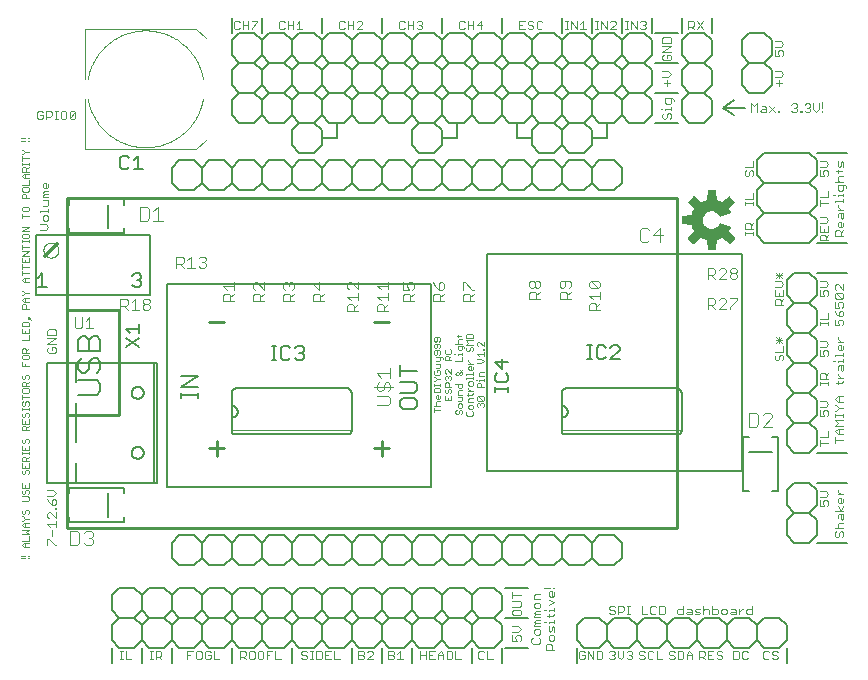
<source format=gbr>
G04 EAGLE Gerber RS-274X export*
G75*
%MOMM*%
%FSLAX34Y34*%
%LPD*%
%INSilkscreen Top*%
%IPPOS*%
%AMOC8*
5,1,8,0,0,1.08239X$1,22.5*%
G01*
%ADD10C,0.076200*%
%ADD11C,0.050800*%
%ADD12C,0.203200*%
%ADD13C,0.152400*%
%ADD14C,0.127000*%
%ADD15C,0.304800*%
%ADD16C,0.101600*%
%ADD17C,0.254000*%

G36*
X587278Y349463D02*
X587278Y349463D01*
X587310Y349461D01*
X587361Y349483D01*
X587416Y349495D01*
X587440Y349516D01*
X587470Y349528D01*
X587506Y349570D01*
X587549Y349605D01*
X587562Y349635D01*
X587583Y349659D01*
X587604Y349728D01*
X587620Y349764D01*
X587620Y349779D01*
X587625Y349798D01*
X588419Y357617D01*
X590893Y358409D01*
X590916Y358422D01*
X590951Y358433D01*
X593261Y359622D01*
X599352Y354655D01*
X599380Y354641D01*
X599404Y354620D01*
X599457Y354604D01*
X599507Y354579D01*
X599539Y354579D01*
X599570Y354570D01*
X599625Y354580D01*
X599681Y354580D01*
X599709Y354595D01*
X599741Y354600D01*
X599800Y354640D01*
X599836Y354658D01*
X599845Y354670D01*
X599861Y354681D01*
X604169Y358989D01*
X604186Y359016D01*
X604210Y359037D01*
X604231Y359089D01*
X604260Y359136D01*
X604263Y359168D01*
X604275Y359198D01*
X604272Y359253D01*
X604277Y359309D01*
X604265Y359339D01*
X604263Y359371D01*
X604229Y359434D01*
X604215Y359471D01*
X604204Y359481D01*
X604195Y359498D01*
X599228Y365589D01*
X600418Y367898D01*
X600434Y367962D01*
X600457Y368025D01*
X600455Y368046D01*
X600460Y368066D01*
X600446Y368131D01*
X600439Y368197D01*
X600428Y368215D01*
X600423Y368235D01*
X600382Y368287D01*
X600346Y368343D01*
X600327Y368356D01*
X600315Y368371D01*
X600281Y368387D01*
X600226Y368423D01*
X591564Y372011D01*
X591531Y372017D01*
X591502Y372031D01*
X591447Y372030D01*
X591393Y372039D01*
X591361Y372030D01*
X591329Y372030D01*
X591280Y372005D01*
X591227Y371989D01*
X591203Y371966D01*
X591174Y371952D01*
X591129Y371897D01*
X591101Y371870D01*
X591095Y371855D01*
X591083Y371839D01*
X590378Y370521D01*
X589454Y369395D01*
X588328Y368471D01*
X587044Y367785D01*
X585650Y367362D01*
X584201Y367219D01*
X582682Y367376D01*
X581229Y367839D01*
X579900Y368590D01*
X578753Y369596D01*
X577836Y370815D01*
X577186Y372196D01*
X576833Y373680D01*
X576790Y375205D01*
X577060Y376707D01*
X577630Y378122D01*
X578478Y379390D01*
X579567Y380459D01*
X580851Y381283D01*
X582277Y381827D01*
X583783Y382069D01*
X585307Y381997D01*
X586785Y381616D01*
X588153Y380942D01*
X589355Y380002D01*
X590339Y378836D01*
X591084Y377459D01*
X591105Y377436D01*
X591118Y377407D01*
X591161Y377371D01*
X591198Y377330D01*
X591228Y377318D01*
X591252Y377298D01*
X591307Y377285D01*
X591359Y377264D01*
X591391Y377267D01*
X591422Y377260D01*
X591493Y377274D01*
X591532Y377277D01*
X591545Y377285D01*
X591564Y377289D01*
X600226Y380877D01*
X600280Y380916D01*
X600337Y380948D01*
X600349Y380965D01*
X600366Y380978D01*
X600398Y381036D01*
X600435Y381091D01*
X600438Y381112D01*
X600448Y381131D01*
X600450Y381197D01*
X600459Y381263D01*
X600452Y381286D01*
X600453Y381304D01*
X600436Y381339D01*
X600418Y381402D01*
X599228Y383711D01*
X604195Y389802D01*
X604209Y389830D01*
X604230Y389854D01*
X604246Y389907D01*
X604271Y389957D01*
X604271Y389989D01*
X604280Y390020D01*
X604270Y390075D01*
X604270Y390131D01*
X604255Y390159D01*
X604250Y390191D01*
X604210Y390250D01*
X604192Y390286D01*
X604180Y390295D01*
X604169Y390311D01*
X599861Y394619D01*
X599834Y394636D01*
X599813Y394660D01*
X599761Y394681D01*
X599714Y394710D01*
X599682Y394713D01*
X599652Y394725D01*
X599597Y394722D01*
X599541Y394727D01*
X599511Y394715D01*
X599479Y394713D01*
X599416Y394679D01*
X599379Y394665D01*
X599369Y394654D01*
X599352Y394645D01*
X593261Y389678D01*
X590951Y390867D01*
X590939Y390870D01*
X590932Y390875D01*
X590917Y390878D01*
X590893Y390891D01*
X588419Y391683D01*
X587625Y399502D01*
X587615Y399533D01*
X587614Y399565D01*
X587587Y399614D01*
X587569Y399666D01*
X587546Y399689D01*
X587531Y399717D01*
X587485Y399749D01*
X587446Y399788D01*
X587415Y399798D01*
X587389Y399817D01*
X587319Y399830D01*
X587281Y399843D01*
X587266Y399841D01*
X587247Y399844D01*
X581153Y399844D01*
X581122Y399837D01*
X581090Y399839D01*
X581039Y399817D01*
X580984Y399805D01*
X580960Y399784D01*
X580930Y399772D01*
X580894Y399730D01*
X580851Y399695D01*
X580838Y399665D01*
X580817Y399641D01*
X580796Y399572D01*
X580780Y399536D01*
X580780Y399521D01*
X580775Y399502D01*
X579981Y391683D01*
X577507Y390891D01*
X577484Y390878D01*
X577449Y390867D01*
X575139Y389678D01*
X569048Y394645D01*
X569020Y394659D01*
X568996Y394680D01*
X568943Y394696D01*
X568893Y394721D01*
X568861Y394721D01*
X568830Y394730D01*
X568775Y394720D01*
X568719Y394720D01*
X568691Y394705D01*
X568659Y394700D01*
X568600Y394660D01*
X568565Y394642D01*
X568555Y394630D01*
X568539Y394619D01*
X564231Y390311D01*
X564214Y390284D01*
X564190Y390263D01*
X564169Y390211D01*
X564140Y390164D01*
X564137Y390132D01*
X564125Y390102D01*
X564129Y390047D01*
X564123Y389991D01*
X564135Y389961D01*
X564137Y389929D01*
X564171Y389866D01*
X564185Y389829D01*
X564196Y389819D01*
X564205Y389802D01*
X569172Y383711D01*
X567983Y381401D01*
X567976Y381375D01*
X567959Y381343D01*
X567167Y378869D01*
X559348Y378075D01*
X559317Y378065D01*
X559285Y378064D01*
X559236Y378037D01*
X559184Y378019D01*
X559161Y377996D01*
X559133Y377981D01*
X559101Y377935D01*
X559062Y377896D01*
X559052Y377865D01*
X559033Y377839D01*
X559020Y377769D01*
X559007Y377731D01*
X559009Y377716D01*
X559006Y377697D01*
X559006Y371603D01*
X559013Y371572D01*
X559011Y371540D01*
X559033Y371489D01*
X559045Y371434D01*
X559066Y371410D01*
X559078Y371380D01*
X559120Y371344D01*
X559155Y371301D01*
X559185Y371288D01*
X559209Y371267D01*
X559278Y371246D01*
X559314Y371230D01*
X559329Y371230D01*
X559348Y371225D01*
X567167Y370431D01*
X567959Y367957D01*
X567972Y367934D01*
X567983Y367899D01*
X569172Y365589D01*
X564205Y359498D01*
X564191Y359470D01*
X564170Y359446D01*
X564154Y359393D01*
X564129Y359343D01*
X564129Y359311D01*
X564120Y359280D01*
X564130Y359225D01*
X564130Y359169D01*
X564145Y359141D01*
X564150Y359109D01*
X564190Y359050D01*
X564208Y359015D01*
X564220Y359005D01*
X564231Y358989D01*
X568539Y354681D01*
X568566Y354664D01*
X568587Y354640D01*
X568639Y354619D01*
X568686Y354590D01*
X568718Y354587D01*
X568748Y354575D01*
X568803Y354579D01*
X568859Y354573D01*
X568889Y354585D01*
X568921Y354587D01*
X568984Y354621D01*
X569021Y354635D01*
X569031Y354646D01*
X569048Y354655D01*
X575139Y359622D01*
X577449Y358433D01*
X577475Y358426D01*
X577507Y358409D01*
X579981Y357617D01*
X580775Y349798D01*
X580785Y349767D01*
X580786Y349735D01*
X580813Y349686D01*
X580831Y349634D01*
X580854Y349611D01*
X580869Y349583D01*
X580915Y349551D01*
X580954Y349512D01*
X580985Y349502D01*
X581011Y349483D01*
X581081Y349470D01*
X581119Y349457D01*
X581134Y349459D01*
X581153Y349456D01*
X587247Y349456D01*
X587278Y349463D01*
G37*
D10*
X689689Y111091D02*
X688461Y109862D01*
X688461Y107405D01*
X689689Y106176D01*
X690918Y106176D01*
X692147Y107405D01*
X692147Y109862D01*
X693376Y111091D01*
X694604Y111091D01*
X695833Y109862D01*
X695833Y107405D01*
X694604Y106176D01*
X695833Y113660D02*
X688461Y113660D01*
X690918Y114889D02*
X692147Y113660D01*
X690918Y114889D02*
X690918Y117346D01*
X692147Y118575D01*
X695833Y118575D01*
X690918Y122373D02*
X690918Y124830D01*
X692147Y126059D01*
X695833Y126059D01*
X695833Y122373D01*
X694604Y121144D01*
X693376Y122373D01*
X693376Y126059D01*
X695833Y128628D02*
X688461Y128628D01*
X693376Y128628D02*
X695833Y132315D01*
X693376Y128628D02*
X690918Y132315D01*
X695833Y136094D02*
X695833Y138551D01*
X695833Y136094D02*
X694604Y134865D01*
X692147Y134865D01*
X690918Y136094D01*
X690918Y138551D01*
X692147Y139780D01*
X693376Y139780D01*
X693376Y134865D01*
X695833Y142349D02*
X690918Y142349D01*
X693376Y142349D02*
X690918Y144807D01*
X690918Y146035D01*
X688461Y361026D02*
X695833Y361026D01*
X688461Y361026D02*
X688461Y364712D01*
X689689Y365941D01*
X692147Y365941D01*
X693376Y364712D01*
X693376Y361026D01*
X693376Y363483D02*
X695833Y365941D01*
X695833Y369739D02*
X695833Y372196D01*
X695833Y369739D02*
X694604Y368510D01*
X692147Y368510D01*
X690918Y369739D01*
X690918Y372196D01*
X692147Y373425D01*
X693376Y373425D01*
X693376Y368510D01*
X690918Y377223D02*
X690918Y379680D01*
X692147Y380909D01*
X695833Y380909D01*
X695833Y377223D01*
X694604Y375994D01*
X693376Y377223D01*
X693376Y380909D01*
X695833Y383478D02*
X690918Y383478D01*
X693376Y383478D02*
X690918Y385936D01*
X690918Y387165D01*
X688461Y389715D02*
X688461Y390944D01*
X695833Y390944D01*
X695833Y389715D02*
X695833Y392173D01*
X690918Y394705D02*
X690918Y395933D01*
X695833Y395933D01*
X695833Y394705D02*
X695833Y397162D01*
X688461Y395933D02*
X687232Y395933D01*
X698290Y402152D02*
X698290Y403380D01*
X697062Y404609D01*
X690918Y404609D01*
X690918Y400923D01*
X692147Y399694D01*
X694604Y399694D01*
X695833Y400923D01*
X695833Y404609D01*
X695833Y407178D02*
X688461Y407178D01*
X690918Y408407D02*
X692147Y407178D01*
X690918Y408407D02*
X690918Y410864D01*
X692147Y412093D01*
X695833Y412093D01*
X694604Y415891D02*
X689689Y415891D01*
X694604Y415891D02*
X695833Y417120D01*
X690918Y417120D02*
X690918Y414662D01*
X695833Y419652D02*
X695833Y423338D01*
X694604Y424567D01*
X693376Y423338D01*
X693376Y420881D01*
X692147Y419652D01*
X690918Y420881D01*
X690918Y424567D01*
X688461Y188234D02*
X695833Y188234D01*
X688461Y185776D02*
X688461Y190691D01*
X690918Y193260D02*
X695833Y193260D01*
X690918Y193260D02*
X688461Y195718D01*
X690918Y198175D01*
X695833Y198175D01*
X692147Y198175D02*
X692147Y193260D01*
X695833Y200745D02*
X688461Y200745D01*
X690918Y203202D01*
X688461Y205659D01*
X695833Y205659D01*
X695833Y208229D02*
X695833Y210686D01*
X695833Y209457D02*
X688461Y209457D01*
X688461Y208229D02*
X688461Y210686D01*
X688461Y213218D02*
X689689Y213218D01*
X692147Y215676D01*
X689689Y218133D01*
X688461Y218133D01*
X692147Y215676D02*
X695833Y215676D01*
X695833Y220702D02*
X690918Y220702D01*
X688461Y223160D01*
X690918Y225617D01*
X695833Y225617D01*
X692147Y225617D02*
X692147Y220702D01*
X689689Y236899D02*
X694604Y236899D01*
X695833Y238128D01*
X690918Y238128D02*
X690918Y235671D01*
X690918Y240660D02*
X695833Y240660D01*
X693376Y240660D02*
X690918Y243117D01*
X690918Y244346D01*
X690918Y248126D02*
X690918Y250583D01*
X692147Y251812D01*
X695833Y251812D01*
X695833Y248126D01*
X694604Y246897D01*
X693376Y248126D01*
X693376Y251812D01*
X690918Y254381D02*
X690918Y255610D01*
X695833Y255610D01*
X695833Y256838D02*
X695833Y254381D01*
X688461Y255610D02*
X687232Y255610D01*
X688461Y259370D02*
X688461Y260599D01*
X695833Y260599D01*
X695833Y259370D02*
X695833Y261828D01*
X695833Y265589D02*
X695833Y268046D01*
X695833Y265589D02*
X694604Y264360D01*
X692147Y264360D01*
X690918Y265589D01*
X690918Y268046D01*
X692147Y269275D01*
X693376Y269275D01*
X693376Y264360D01*
X695833Y271844D02*
X690918Y271844D01*
X690918Y274301D02*
X693376Y271844D01*
X690918Y274301D02*
X690918Y275530D01*
X688461Y285565D02*
X688461Y290480D01*
X688461Y285565D02*
X692147Y285565D01*
X690918Y288022D01*
X690918Y289251D01*
X692147Y290480D01*
X694604Y290480D01*
X695833Y289251D01*
X695833Y286794D01*
X694604Y285565D01*
X689689Y295507D02*
X688461Y297964D01*
X689689Y295507D02*
X692147Y293049D01*
X694604Y293049D01*
X695833Y294278D01*
X695833Y296735D01*
X694604Y297964D01*
X693376Y297964D01*
X692147Y296735D01*
X692147Y293049D01*
X688461Y300533D02*
X688461Y305448D01*
X688461Y300533D02*
X692147Y300533D01*
X690918Y302991D01*
X690918Y304219D01*
X692147Y305448D01*
X694604Y305448D01*
X695833Y304219D01*
X695833Y301762D01*
X694604Y300533D01*
X694604Y308017D02*
X689689Y308017D01*
X688461Y309246D01*
X688461Y311704D01*
X689689Y312932D01*
X694604Y312932D01*
X695833Y311704D01*
X695833Y309246D01*
X694604Y308017D01*
X689689Y312932D01*
X695833Y315502D02*
X695833Y320416D01*
X695833Y315502D02*
X690918Y320416D01*
X689689Y320416D01*
X688461Y319188D01*
X688461Y316730D01*
X689689Y315502D01*
X542411Y463988D02*
X543639Y465217D01*
X542411Y463988D02*
X542411Y461531D01*
X543639Y460302D01*
X544868Y460302D01*
X546097Y461531D01*
X546097Y463988D01*
X547326Y465217D01*
X548554Y465217D01*
X549783Y463988D01*
X549783Y461531D01*
X548554Y460302D01*
X544868Y467786D02*
X544868Y469015D01*
X549783Y469015D01*
X549783Y467786D02*
X549783Y470244D01*
X542411Y469015D02*
X541182Y469015D01*
X552240Y475233D02*
X552240Y476462D01*
X551012Y477691D01*
X544868Y477691D01*
X544868Y474004D01*
X546097Y472776D01*
X548554Y472776D01*
X549783Y474004D01*
X549783Y477691D01*
X546097Y488197D02*
X546097Y493112D01*
X548554Y490654D02*
X543639Y490654D01*
X542411Y495681D02*
X547326Y495681D01*
X549783Y498138D01*
X547326Y500596D01*
X542411Y500596D01*
X542411Y513541D02*
X543639Y514770D01*
X542411Y513541D02*
X542411Y511083D01*
X543639Y509855D01*
X548554Y509855D01*
X549783Y511083D01*
X549783Y513541D01*
X548554Y514770D01*
X546097Y514770D01*
X546097Y512312D01*
X549783Y517339D02*
X542411Y517339D01*
X549783Y522254D01*
X542411Y522254D01*
X542411Y524823D02*
X549783Y524823D01*
X549783Y528509D01*
X548554Y529738D01*
X543639Y529738D01*
X542411Y528509D01*
X542411Y524823D01*
X22939Y267120D02*
X21711Y265891D01*
X21711Y263433D01*
X22939Y262205D01*
X27854Y262205D01*
X29083Y263433D01*
X29083Y265891D01*
X27854Y267120D01*
X25397Y267120D01*
X25397Y264662D01*
X29083Y269689D02*
X21711Y269689D01*
X29083Y274604D01*
X21711Y274604D01*
X21711Y277173D02*
X29083Y277173D01*
X29083Y280859D01*
X27854Y282088D01*
X22939Y282088D01*
X21711Y280859D01*
X21711Y277173D01*
X21711Y104797D02*
X21711Y99883D01*
X21711Y104797D02*
X22939Y104797D01*
X27854Y99883D01*
X29083Y99883D01*
X25397Y107367D02*
X25397Y112282D01*
X24168Y114851D02*
X21711Y117308D01*
X29083Y117308D01*
X29083Y114851D02*
X29083Y119766D01*
X29083Y122335D02*
X29083Y127250D01*
X29083Y122335D02*
X24168Y127250D01*
X22939Y127250D01*
X21711Y126021D01*
X21711Y123564D01*
X22939Y122335D01*
X27854Y129819D02*
X29083Y129819D01*
X27854Y129819D02*
X27854Y131048D01*
X29083Y131048D01*
X29083Y129819D01*
X22939Y136019D02*
X21711Y138476D01*
X22939Y136019D02*
X25397Y133561D01*
X27854Y133561D01*
X29083Y134790D01*
X29083Y137247D01*
X27854Y138476D01*
X26626Y138476D01*
X25397Y137247D01*
X25397Y133561D01*
X26626Y141045D02*
X21711Y141045D01*
X26626Y141045D02*
X29083Y143503D01*
X26626Y145960D01*
X21711Y145960D01*
X20276Y366526D02*
X15361Y366526D01*
X20276Y366526D02*
X22733Y368983D01*
X20276Y371441D01*
X15361Y371441D01*
X22733Y375239D02*
X22733Y377696D01*
X21504Y378925D01*
X19047Y378925D01*
X17818Y377696D01*
X17818Y375239D01*
X19047Y374010D01*
X21504Y374010D01*
X22733Y375239D01*
X15361Y381494D02*
X15361Y382723D01*
X22733Y382723D01*
X22733Y381494D02*
X22733Y383952D01*
X21504Y386484D02*
X17818Y386484D01*
X21504Y386484D02*
X22733Y387712D01*
X22733Y391399D01*
X17818Y391399D01*
X17818Y393968D02*
X22733Y393968D01*
X17818Y393968D02*
X17818Y395197D01*
X19047Y396425D01*
X22733Y396425D01*
X19047Y396425D02*
X17818Y397654D01*
X19047Y398883D01*
X22733Y398883D01*
X22733Y402681D02*
X22733Y405138D01*
X22733Y402681D02*
X21504Y401452D01*
X19047Y401452D01*
X17818Y402681D01*
X17818Y405138D01*
X19047Y406367D01*
X20276Y406367D01*
X20276Y401452D01*
X675761Y315312D02*
X675761Y310397D01*
X679447Y310397D01*
X678218Y312854D01*
X678218Y314083D01*
X679447Y315312D01*
X681904Y315312D01*
X683133Y314083D01*
X683133Y311626D01*
X681904Y310397D01*
X680676Y317881D02*
X675761Y317881D01*
X680676Y317881D02*
X683133Y320338D01*
X680676Y322796D01*
X675761Y322796D01*
X675761Y264512D02*
X675761Y259597D01*
X679447Y259597D01*
X678218Y262054D01*
X678218Y263283D01*
X679447Y264512D01*
X681904Y264512D01*
X683133Y263283D01*
X683133Y260826D01*
X681904Y259597D01*
X680676Y267081D02*
X675761Y267081D01*
X680676Y267081D02*
X683133Y269538D01*
X680676Y271996D01*
X675761Y271996D01*
X675761Y213712D02*
X675761Y208797D01*
X679447Y208797D01*
X678218Y211254D01*
X678218Y212483D01*
X679447Y213712D01*
X681904Y213712D01*
X683133Y212483D01*
X683133Y210026D01*
X681904Y208797D01*
X680676Y216281D02*
X675761Y216281D01*
X680676Y216281D02*
X683133Y218738D01*
X680676Y221196D01*
X675761Y221196D01*
X675761Y185854D02*
X683133Y185854D01*
X675761Y183397D02*
X675761Y188312D01*
X675761Y190881D02*
X683133Y190881D01*
X683133Y195796D01*
X683133Y235444D02*
X683133Y237902D01*
X683133Y236673D02*
X675761Y236673D01*
X675761Y235444D02*
X675761Y237902D01*
X675761Y240434D02*
X683133Y240434D01*
X675761Y240434D02*
X675761Y244120D01*
X676989Y245349D01*
X679447Y245349D01*
X680676Y244120D01*
X680676Y240434D01*
X680676Y242891D02*
X683133Y245349D01*
X683133Y286244D02*
X683133Y288702D01*
X683133Y287473D02*
X675761Y287473D01*
X675761Y286244D02*
X675761Y288702D01*
X675761Y291234D02*
X683133Y291234D01*
X683133Y296149D01*
X683133Y389054D02*
X675761Y389054D01*
X675761Y386597D02*
X675761Y391512D01*
X675761Y394081D02*
X683133Y394081D01*
X683133Y398996D01*
X683133Y357455D02*
X675761Y357455D01*
X675761Y361141D01*
X676989Y362370D01*
X679447Y362370D01*
X680676Y361141D01*
X680676Y357455D01*
X680676Y359912D02*
X683133Y362370D01*
X675761Y364939D02*
X675761Y369854D01*
X675761Y364939D02*
X683133Y364939D01*
X683133Y369854D01*
X679447Y367396D02*
X679447Y364939D01*
X680676Y372423D02*
X675761Y372423D01*
X680676Y372423D02*
X683133Y374881D01*
X680676Y377338D01*
X675761Y377338D01*
X675761Y411997D02*
X675761Y416912D01*
X675761Y411997D02*
X679447Y411997D01*
X678218Y414454D01*
X678218Y415683D01*
X679447Y416912D01*
X681904Y416912D01*
X683133Y415683D01*
X683133Y413226D01*
X681904Y411997D01*
X680676Y419481D02*
X675761Y419481D01*
X680676Y419481D02*
X683133Y421938D01*
X680676Y424396D01*
X675761Y424396D01*
X241833Y8811D02*
X240604Y10039D01*
X238147Y10039D01*
X236918Y8811D01*
X236918Y7582D01*
X238147Y6353D01*
X240604Y6353D01*
X241833Y5124D01*
X241833Y3896D01*
X240604Y2667D01*
X238147Y2667D01*
X236918Y3896D01*
X244402Y2667D02*
X246860Y2667D01*
X245631Y2667D02*
X245631Y10039D01*
X244402Y10039D02*
X246860Y10039D01*
X249392Y10039D02*
X249392Y2667D01*
X253078Y2667D01*
X254306Y3896D01*
X254306Y8811D01*
X253078Y10039D01*
X249392Y10039D01*
X256876Y10039D02*
X261791Y10039D01*
X256876Y10039D02*
X256876Y2667D01*
X261791Y2667D01*
X259333Y6353D02*
X256876Y6353D01*
X264360Y10039D02*
X264360Y2667D01*
X269275Y2667D01*
X675761Y132597D02*
X675761Y137512D01*
X675761Y132597D02*
X679447Y132597D01*
X678218Y135054D01*
X678218Y136283D01*
X679447Y137512D01*
X681904Y137512D01*
X683133Y136283D01*
X683133Y133826D01*
X681904Y132597D01*
X680676Y140081D02*
X675761Y140081D01*
X680676Y140081D02*
X683133Y142538D01*
X680676Y144996D01*
X675761Y144996D01*
X391512Y8811D02*
X390283Y10039D01*
X387826Y10039D01*
X386597Y8811D01*
X386597Y3896D01*
X387826Y2667D01*
X390283Y2667D01*
X391512Y3896D01*
X394081Y2667D02*
X394081Y10039D01*
X394081Y2667D02*
X398996Y2667D01*
X222670Y542211D02*
X221441Y543439D01*
X218983Y543439D01*
X217755Y542211D01*
X217755Y537296D01*
X218983Y536067D01*
X221441Y536067D01*
X222670Y537296D01*
X225239Y536067D02*
X225239Y543439D01*
X225239Y539753D02*
X230154Y539753D01*
X230154Y543439D02*
X230154Y536067D01*
X232723Y540982D02*
X235180Y543439D01*
X235180Y536067D01*
X232723Y536067D02*
X237638Y536067D01*
X272241Y543439D02*
X273470Y542211D01*
X272241Y543439D02*
X269783Y543439D01*
X268555Y542211D01*
X268555Y537296D01*
X269783Y536067D01*
X272241Y536067D01*
X273470Y537296D01*
X276039Y536067D02*
X276039Y543439D01*
X276039Y539753D02*
X280954Y539753D01*
X280954Y543439D02*
X280954Y536067D01*
X283523Y536067D02*
X288438Y536067D01*
X283523Y536067D02*
X288438Y540982D01*
X288438Y542211D01*
X287209Y543439D01*
X284752Y543439D01*
X283523Y542211D01*
X323041Y543439D02*
X324270Y542211D01*
X323041Y543439D02*
X320583Y543439D01*
X319355Y542211D01*
X319355Y537296D01*
X320583Y536067D01*
X323041Y536067D01*
X324270Y537296D01*
X326839Y536067D02*
X326839Y543439D01*
X326839Y539753D02*
X331754Y539753D01*
X331754Y543439D02*
X331754Y536067D01*
X334323Y542211D02*
X335552Y543439D01*
X338009Y543439D01*
X339238Y542211D01*
X339238Y540982D01*
X338009Y539753D01*
X336780Y539753D01*
X338009Y539753D02*
X339238Y538524D01*
X339238Y537296D01*
X338009Y536067D01*
X335552Y536067D01*
X334323Y537296D01*
X373841Y543439D02*
X375070Y542211D01*
X373841Y543439D02*
X371383Y543439D01*
X370155Y542211D01*
X370155Y537296D01*
X371383Y536067D01*
X373841Y536067D01*
X375070Y537296D01*
X377639Y536067D02*
X377639Y543439D01*
X377639Y539753D02*
X382554Y539753D01*
X382554Y543439D02*
X382554Y536067D01*
X388809Y536067D02*
X388809Y543439D01*
X385123Y539753D01*
X390038Y539753D01*
X420955Y543439D02*
X425870Y543439D01*
X420955Y543439D02*
X420955Y536067D01*
X425870Y536067D01*
X423412Y539753D02*
X420955Y539753D01*
X432125Y543439D02*
X433354Y542211D01*
X432125Y543439D02*
X429668Y543439D01*
X428439Y542211D01*
X428439Y540982D01*
X429668Y539753D01*
X432125Y539753D01*
X433354Y538524D01*
X433354Y537296D01*
X432125Y536067D01*
X429668Y536067D01*
X428439Y537296D01*
X439609Y543439D02*
X440838Y542211D01*
X439609Y543439D02*
X437152Y543439D01*
X435923Y542211D01*
X435923Y537296D01*
X437152Y536067D01*
X439609Y536067D01*
X440838Y537296D01*
X564397Y536067D02*
X564397Y543439D01*
X568083Y543439D01*
X569312Y542211D01*
X569312Y539753D01*
X568083Y538524D01*
X564397Y538524D01*
X566854Y538524D02*
X569312Y536067D01*
X576796Y536067D02*
X571881Y543439D01*
X576796Y543439D02*
X571881Y536067D01*
X488160Y536067D02*
X485702Y536067D01*
X486931Y536067D02*
X486931Y543439D01*
X485702Y543439D02*
X488160Y543439D01*
X490692Y543439D02*
X490692Y536067D01*
X495606Y536067D02*
X490692Y543439D01*
X495606Y543439D02*
X495606Y536067D01*
X498176Y536067D02*
X503091Y536067D01*
X498176Y536067D02*
X503091Y540982D01*
X503091Y542211D01*
X501862Y543439D01*
X499404Y543439D01*
X498176Y542211D01*
X462760Y536067D02*
X460302Y536067D01*
X461531Y536067D02*
X461531Y543439D01*
X460302Y543439D02*
X462760Y543439D01*
X465292Y543439D02*
X465292Y536067D01*
X470206Y536067D02*
X465292Y543439D01*
X470206Y543439D02*
X470206Y536067D01*
X472776Y540982D02*
X475233Y543439D01*
X475233Y536067D01*
X472776Y536067D02*
X477691Y536067D01*
X140081Y10039D02*
X140081Y2667D01*
X140081Y10039D02*
X144996Y10039D01*
X142538Y6353D02*
X140081Y6353D01*
X148794Y10039D02*
X151251Y10039D01*
X148794Y10039D02*
X147565Y8811D01*
X147565Y3896D01*
X148794Y2667D01*
X151251Y2667D01*
X152480Y3896D01*
X152480Y8811D01*
X151251Y10039D01*
X158735Y10039D02*
X159964Y8811D01*
X158735Y10039D02*
X156278Y10039D01*
X155049Y8811D01*
X155049Y3896D01*
X156278Y2667D01*
X158735Y2667D01*
X159964Y3896D01*
X159964Y6353D01*
X157507Y6353D01*
X162533Y10039D02*
X162533Y2667D01*
X167448Y2667D01*
D11*
X348991Y213850D02*
X354584Y213850D01*
X348991Y211986D02*
X348991Y215714D01*
X348991Y217599D02*
X354584Y217599D01*
X351788Y217599D02*
X350856Y218531D01*
X350856Y220395D01*
X351788Y221327D01*
X354584Y221327D01*
X354584Y224144D02*
X354584Y226008D01*
X354584Y224144D02*
X353652Y223212D01*
X351788Y223212D01*
X350856Y224144D01*
X350856Y226008D01*
X351788Y226941D01*
X352720Y226941D01*
X352720Y223212D01*
X354584Y228825D02*
X348991Y228825D01*
X354584Y228825D02*
X354584Y231621D01*
X353652Y232554D01*
X349923Y232554D01*
X348991Y231621D01*
X348991Y228825D01*
X354584Y234438D02*
X354584Y236302D01*
X354584Y235370D02*
X348991Y235370D01*
X348991Y234438D02*
X348991Y236302D01*
X348991Y238180D02*
X349923Y238180D01*
X351788Y240045D01*
X349923Y241909D01*
X348991Y241909D01*
X351788Y240045D02*
X354584Y240045D01*
X348991Y246590D02*
X349923Y247522D01*
X348991Y246590D02*
X348991Y244725D01*
X349923Y243793D01*
X353652Y243793D01*
X354584Y244725D01*
X354584Y246590D01*
X353652Y247522D01*
X351788Y247522D01*
X351788Y245658D01*
X350856Y249406D02*
X353652Y249406D01*
X354584Y250339D01*
X354584Y253135D01*
X350856Y253135D01*
X350856Y255020D02*
X353652Y255020D01*
X354584Y255952D01*
X354584Y258748D01*
X355516Y258748D02*
X350856Y258748D01*
X355516Y258748D02*
X356448Y257816D01*
X356448Y256884D01*
X353652Y260633D02*
X354584Y261565D01*
X354584Y263429D01*
X353652Y264361D01*
X349923Y264361D01*
X348991Y263429D01*
X348991Y261565D01*
X349923Y260633D01*
X350856Y260633D01*
X351788Y261565D01*
X351788Y264361D01*
X353652Y266246D02*
X354584Y267178D01*
X354584Y269042D01*
X353652Y269974D01*
X349923Y269974D01*
X348991Y269042D01*
X348991Y267178D01*
X349923Y266246D01*
X350856Y266246D01*
X351788Y267178D01*
X351788Y269974D01*
X353652Y271859D02*
X354584Y272791D01*
X354584Y274655D01*
X353652Y275587D01*
X349923Y275587D01*
X348991Y274655D01*
X348991Y272791D01*
X349923Y271859D01*
X350856Y271859D01*
X351788Y272791D01*
X351788Y275587D01*
X358135Y226005D02*
X358135Y222277D01*
X363728Y222277D01*
X363728Y226005D01*
X360932Y224141D02*
X360932Y222277D01*
X358135Y230686D02*
X359067Y231618D01*
X358135Y230686D02*
X358135Y228822D01*
X359067Y227890D01*
X360000Y227890D01*
X360932Y228822D01*
X360932Y230686D01*
X361864Y231618D01*
X362796Y231618D01*
X363728Y230686D01*
X363728Y228822D01*
X362796Y227890D01*
X363728Y233503D02*
X358135Y233503D01*
X358135Y236299D01*
X359067Y237231D01*
X360932Y237231D01*
X361864Y236299D01*
X361864Y233503D01*
X359067Y239116D02*
X358135Y240048D01*
X358135Y241912D01*
X359067Y242844D01*
X360000Y242844D01*
X360932Y241912D01*
X360932Y240980D01*
X360932Y241912D02*
X361864Y242844D01*
X362796Y242844D01*
X363728Y241912D01*
X363728Y240048D01*
X362796Y239116D01*
X363728Y244729D02*
X363728Y248457D01*
X363728Y244729D02*
X360000Y248457D01*
X359067Y248457D01*
X358135Y247525D01*
X358135Y245661D01*
X359067Y244729D01*
X358135Y255955D02*
X363728Y255955D01*
X358135Y255955D02*
X358135Y258751D01*
X359067Y259684D01*
X360932Y259684D01*
X361864Y258751D01*
X361864Y255955D01*
X361864Y257819D02*
X363728Y259684D01*
X358135Y264365D02*
X359067Y265297D01*
X358135Y264365D02*
X358135Y262500D01*
X359067Y261568D01*
X362796Y261568D01*
X363728Y262500D01*
X363728Y264365D01*
X362796Y265297D01*
X368211Y213843D02*
X367279Y212911D01*
X367279Y211047D01*
X368211Y210115D01*
X369144Y210115D01*
X370076Y211047D01*
X370076Y212911D01*
X371008Y213843D01*
X371940Y213843D01*
X372872Y212911D01*
X372872Y211047D01*
X371940Y210115D01*
X372872Y216660D02*
X372872Y218524D01*
X371940Y219456D01*
X370076Y219456D01*
X369144Y218524D01*
X369144Y216660D01*
X370076Y215728D01*
X371940Y215728D01*
X372872Y216660D01*
X371940Y221341D02*
X369144Y221341D01*
X371940Y221341D02*
X372872Y222273D01*
X372872Y225069D01*
X369144Y225069D01*
X369144Y226954D02*
X372872Y226954D01*
X369144Y226954D02*
X369144Y229750D01*
X370076Y230683D01*
X372872Y230683D01*
X372872Y236296D02*
X367279Y236296D01*
X372872Y236296D02*
X372872Y233499D01*
X371940Y232567D01*
X370076Y232567D01*
X369144Y233499D01*
X369144Y236296D01*
X372872Y245658D02*
X371008Y247522D01*
X372872Y245658D02*
X372872Y244725D01*
X371940Y243793D01*
X371008Y243793D01*
X369144Y245658D01*
X368211Y245658D01*
X367279Y244725D01*
X368211Y243793D01*
X369144Y243793D01*
X372872Y247522D01*
X372872Y255020D02*
X367279Y255020D01*
X372872Y255020D02*
X372872Y258748D01*
X369144Y260633D02*
X369144Y261565D01*
X372872Y261565D01*
X372872Y260633D02*
X372872Y262497D01*
X367279Y261565D02*
X366347Y261565D01*
X374736Y266239D02*
X374736Y267171D01*
X373804Y268103D01*
X369144Y268103D01*
X369144Y265307D01*
X370076Y264375D01*
X371940Y264375D01*
X372872Y265307D01*
X372872Y268103D01*
X372872Y269988D02*
X367279Y269988D01*
X369144Y270920D02*
X370076Y269988D01*
X369144Y270920D02*
X369144Y272784D01*
X370076Y273716D01*
X372872Y273716D01*
X371940Y276533D02*
X368211Y276533D01*
X371940Y276533D02*
X372872Y277465D01*
X369144Y277465D02*
X369144Y275601D01*
X377355Y212908D02*
X376423Y211976D01*
X376423Y210111D01*
X377355Y209179D01*
X381084Y209179D01*
X382016Y210111D01*
X382016Y211976D01*
X381084Y212908D01*
X382016Y215724D02*
X382016Y217589D01*
X381084Y218521D01*
X379220Y218521D01*
X378288Y217589D01*
X378288Y215724D01*
X379220Y214792D01*
X381084Y214792D01*
X382016Y215724D01*
X382016Y220405D02*
X378288Y220405D01*
X378288Y223202D01*
X379220Y224134D01*
X382016Y224134D01*
X381084Y226951D02*
X377355Y226951D01*
X381084Y226951D02*
X382016Y227883D01*
X378288Y227883D02*
X378288Y226019D01*
X378288Y229761D02*
X382016Y229761D01*
X380152Y229761D02*
X378288Y231625D01*
X378288Y232557D01*
X382016Y235370D02*
X382016Y237235D01*
X381084Y238167D01*
X379220Y238167D01*
X378288Y237235D01*
X378288Y235370D01*
X379220Y234438D01*
X381084Y234438D01*
X382016Y235370D01*
X376423Y240051D02*
X376423Y240983D01*
X382016Y240983D01*
X382016Y240051D02*
X382016Y241916D01*
X376423Y243793D02*
X376423Y244725D01*
X382016Y244725D01*
X382016Y243793D02*
X382016Y245658D01*
X382016Y248468D02*
X382016Y250332D01*
X382016Y248468D02*
X381084Y247535D01*
X379220Y247535D01*
X378288Y248468D01*
X378288Y250332D01*
X379220Y251264D01*
X380152Y251264D01*
X380152Y247535D01*
X382016Y253149D02*
X378288Y253149D01*
X380152Y253149D02*
X378288Y255013D01*
X378288Y255945D01*
X376423Y266236D02*
X377355Y267168D01*
X376423Y266236D02*
X376423Y264371D01*
X377355Y263439D01*
X378288Y263439D01*
X379220Y264371D01*
X379220Y266236D01*
X380152Y267168D01*
X381084Y267168D01*
X382016Y266236D01*
X382016Y264371D01*
X381084Y263439D01*
X382016Y269052D02*
X376423Y269052D01*
X378288Y270917D01*
X376423Y272781D01*
X382016Y272781D01*
X382016Y274665D02*
X376423Y274665D01*
X382016Y274665D02*
X382016Y277462D01*
X381084Y278394D01*
X377355Y278394D01*
X376423Y277462D01*
X376423Y274665D01*
X385567Y217128D02*
X386499Y216196D01*
X385567Y217128D02*
X385567Y218992D01*
X386499Y219924D01*
X387432Y219924D01*
X388364Y218992D01*
X388364Y218060D01*
X388364Y218992D02*
X389296Y219924D01*
X390228Y219924D01*
X391160Y218992D01*
X391160Y217128D01*
X390228Y216196D01*
X390228Y221809D02*
X386499Y221809D01*
X385567Y222741D01*
X385567Y224605D01*
X386499Y225537D01*
X390228Y225537D01*
X391160Y224605D01*
X391160Y222741D01*
X390228Y221809D01*
X386499Y225537D01*
X385567Y233035D02*
X391160Y233035D01*
X385567Y233035D02*
X385567Y235831D01*
X386499Y236763D01*
X388364Y236763D01*
X389296Y235831D01*
X389296Y233035D01*
X387432Y238648D02*
X387432Y239580D01*
X391160Y239580D01*
X391160Y238648D02*
X391160Y240512D01*
X385567Y239580D02*
X384635Y239580D01*
X387432Y242390D02*
X391160Y242390D01*
X387432Y242390D02*
X387432Y245186D01*
X388364Y246119D01*
X391160Y246119D01*
X389296Y253616D02*
X385567Y253616D01*
X389296Y253616D02*
X391160Y255481D01*
X389296Y257345D01*
X385567Y257345D01*
X387432Y259229D02*
X385567Y261094D01*
X391160Y261094D01*
X391160Y262958D02*
X391160Y259229D01*
X391160Y264842D02*
X390228Y264842D01*
X390228Y265775D01*
X391160Y265775D01*
X391160Y264842D01*
X391160Y267649D02*
X391160Y271377D01*
X391160Y267649D02*
X387432Y271377D01*
X386499Y271377D01*
X385567Y270445D01*
X385567Y268581D01*
X386499Y267649D01*
D12*
X254000Y533400D02*
X254000Y546100D01*
X304800Y546100D02*
X304800Y533400D01*
X355600Y533400D02*
X355600Y546100D01*
X203200Y546100D02*
X203200Y533400D01*
X406400Y533400D02*
X406400Y546100D01*
X673100Y330200D02*
X698500Y330200D01*
X698500Y177800D02*
X673100Y177800D01*
D10*
X337271Y10039D02*
X337271Y2667D01*
X337271Y6353D02*
X342185Y6353D01*
X342185Y10039D02*
X342185Y2667D01*
X344755Y10039D02*
X349670Y10039D01*
X344755Y10039D02*
X344755Y2667D01*
X349670Y2667D01*
X347212Y6353D02*
X344755Y6353D01*
X352239Y7582D02*
X352239Y2667D01*
X352239Y7582D02*
X354696Y10039D01*
X357154Y7582D01*
X357154Y2667D01*
X357154Y6353D02*
X352239Y6353D01*
X359723Y10039D02*
X359723Y2667D01*
X363409Y2667D01*
X364638Y3896D01*
X364638Y8811D01*
X363409Y10039D01*
X359723Y10039D01*
X367207Y10039D02*
X367207Y2667D01*
X372122Y2667D01*
X110902Y2667D02*
X108444Y2667D01*
X109673Y2667D02*
X109673Y10039D01*
X108444Y10039D02*
X110902Y10039D01*
X113434Y10039D02*
X113434Y2667D01*
X113434Y10039D02*
X117120Y10039D01*
X118348Y8811D01*
X118348Y6353D01*
X117120Y5124D01*
X113434Y5124D01*
X115891Y5124D02*
X118348Y2667D01*
X85502Y2667D02*
X83044Y2667D01*
X84273Y2667D02*
X84273Y10039D01*
X83044Y10039D02*
X85502Y10039D01*
X88034Y10039D02*
X88034Y2667D01*
X92948Y2667D01*
D12*
X673100Y431800D02*
X698500Y431800D01*
D10*
X619633Y390302D02*
X619633Y387844D01*
X619633Y389073D02*
X612261Y389073D01*
X612261Y387844D02*
X612261Y390302D01*
X612261Y392834D02*
X619633Y392834D01*
X619633Y397749D01*
X619633Y364902D02*
X619633Y362444D01*
X619633Y363673D02*
X612261Y363673D01*
X612261Y362444D02*
X612261Y364902D01*
X612261Y367434D02*
X619633Y367434D01*
X612261Y367434D02*
X612261Y371120D01*
X613489Y372349D01*
X615947Y372349D01*
X617176Y371120D01*
X617176Y367434D01*
X617176Y369891D02*
X619633Y372349D01*
D12*
X673100Y355600D02*
X698500Y355600D01*
X698500Y152400D02*
X673100Y152400D01*
X673100Y101600D02*
X698500Y101600D01*
D10*
X310397Y10039D02*
X310397Y2667D01*
X310397Y10039D02*
X314083Y10039D01*
X315312Y8811D01*
X315312Y7582D01*
X314083Y6353D01*
X315312Y5124D01*
X315312Y3896D01*
X314083Y2667D01*
X310397Y2667D01*
X310397Y6353D02*
X314083Y6353D01*
X317881Y7582D02*
X320338Y10039D01*
X320338Y2667D01*
X317881Y2667D02*
X322796Y2667D01*
X284997Y2667D02*
X284997Y10039D01*
X288683Y10039D01*
X289912Y8811D01*
X289912Y7582D01*
X288683Y6353D01*
X289912Y5124D01*
X289912Y3896D01*
X288683Y2667D01*
X284997Y2667D01*
X284997Y6353D02*
X288683Y6353D01*
X292481Y2667D02*
X297396Y2667D01*
X292481Y2667D02*
X297396Y7582D01*
X297396Y8811D01*
X296167Y10039D01*
X293710Y10039D01*
X292481Y8811D01*
D12*
X76200Y12700D02*
X76200Y0D01*
X101600Y0D02*
X101600Y12700D01*
X127000Y12700D02*
X127000Y0D01*
X177800Y0D02*
X177800Y12700D01*
X228600Y12700D02*
X228600Y0D01*
X279400Y0D02*
X279400Y12700D01*
X304800Y12700D02*
X304800Y0D01*
X330200Y0D02*
X330200Y12700D01*
X381000Y12700D02*
X381000Y0D01*
X406400Y0D02*
X406400Y12700D01*
D10*
X184871Y10039D02*
X184871Y2667D01*
X184871Y10039D02*
X188557Y10039D01*
X189785Y8811D01*
X189785Y6353D01*
X188557Y5124D01*
X184871Y5124D01*
X187328Y5124D02*
X189785Y2667D01*
X193583Y10039D02*
X196041Y10039D01*
X193583Y10039D02*
X192355Y8811D01*
X192355Y3896D01*
X193583Y2667D01*
X196041Y2667D01*
X197270Y3896D01*
X197270Y8811D01*
X196041Y10039D01*
X201068Y10039D02*
X203525Y10039D01*
X201068Y10039D02*
X199839Y8811D01*
X199839Y3896D01*
X201068Y2667D01*
X203525Y2667D01*
X204754Y3896D01*
X204754Y8811D01*
X203525Y10039D01*
X207323Y10039D02*
X207323Y2667D01*
X207323Y10039D02*
X212238Y10039D01*
X209780Y6353D02*
X207323Y6353D01*
X214807Y10039D02*
X214807Y2667D01*
X219722Y2667D01*
D12*
X482600Y533400D02*
X482600Y546100D01*
X508000Y546100D02*
X508000Y533400D01*
X533400Y533400D02*
X533400Y546100D01*
X558800Y546100D02*
X558800Y533400D01*
X584200Y533400D02*
X584200Y546100D01*
D11*
X5969Y88270D02*
X5037Y88270D01*
X3173Y88270D02*
X-556Y88270D01*
X5037Y90141D02*
X5969Y90141D01*
X3173Y90141D02*
X-556Y90141D01*
X2241Y97625D02*
X5969Y97625D01*
X2241Y97625D02*
X376Y99489D01*
X2241Y101353D01*
X5969Y101353D01*
X3173Y101353D02*
X3173Y97625D01*
X5969Y103238D02*
X376Y103238D01*
X5969Y103238D02*
X5969Y106967D01*
X5969Y108851D02*
X376Y108851D01*
X4105Y110715D02*
X5969Y108851D01*
X4105Y110715D02*
X5969Y112580D01*
X376Y112580D01*
X2241Y114464D02*
X5969Y114464D01*
X2241Y114464D02*
X376Y116328D01*
X2241Y118193D01*
X5969Y118193D01*
X3173Y118193D02*
X3173Y114464D01*
X1308Y120077D02*
X376Y120077D01*
X1308Y120077D02*
X3173Y121942D01*
X1308Y123806D01*
X376Y123806D01*
X3173Y121942D02*
X5969Y121942D01*
X376Y128487D02*
X1308Y129419D01*
X376Y128487D02*
X376Y126623D01*
X1308Y125690D01*
X2241Y125690D01*
X3173Y126623D01*
X3173Y128487D01*
X4105Y129419D01*
X5037Y129419D01*
X5969Y128487D01*
X5969Y126623D01*
X5037Y125690D01*
X5037Y136917D02*
X376Y136917D01*
X5037Y136917D02*
X5969Y137849D01*
X5969Y139713D01*
X5037Y140645D01*
X376Y140645D01*
X376Y145326D02*
X1308Y146258D01*
X376Y145326D02*
X376Y143462D01*
X1308Y142530D01*
X2241Y142530D01*
X3173Y143462D01*
X3173Y145326D01*
X4105Y146258D01*
X5037Y146258D01*
X5969Y145326D01*
X5969Y143462D01*
X5037Y142530D01*
X376Y148143D02*
X376Y151871D01*
X376Y148143D02*
X5969Y148143D01*
X5969Y151871D01*
X3173Y150007D02*
X3173Y148143D01*
X376Y162165D02*
X1308Y163097D01*
X376Y162165D02*
X376Y160301D01*
X1308Y159369D01*
X2241Y159369D01*
X3173Y160301D01*
X3173Y162165D01*
X4105Y163097D01*
X5037Y163097D01*
X5969Y162165D01*
X5969Y160301D01*
X5037Y159369D01*
X376Y164982D02*
X376Y168711D01*
X376Y164982D02*
X5969Y164982D01*
X5969Y168711D01*
X3173Y166846D02*
X3173Y164982D01*
X5969Y170595D02*
X376Y170595D01*
X376Y173392D01*
X1308Y174324D01*
X3173Y174324D01*
X4105Y173392D01*
X4105Y170595D01*
X4105Y172459D02*
X5969Y174324D01*
X5969Y176208D02*
X5969Y178073D01*
X5969Y177140D02*
X376Y177140D01*
X376Y176208D02*
X376Y178073D01*
X376Y179950D02*
X376Y183679D01*
X376Y179950D02*
X5969Y179950D01*
X5969Y183679D01*
X3173Y181815D02*
X3173Y179950D01*
X376Y188360D02*
X1308Y189292D01*
X376Y188360D02*
X376Y186496D01*
X1308Y185563D01*
X2241Y185563D01*
X3173Y186496D01*
X3173Y188360D01*
X4105Y189292D01*
X5037Y189292D01*
X5969Y188360D01*
X5969Y186496D01*
X5037Y185563D01*
X5969Y196790D02*
X376Y196790D01*
X376Y199586D01*
X1308Y200518D01*
X3173Y200518D01*
X4105Y199586D01*
X4105Y196790D01*
X4105Y198654D02*
X5969Y200518D01*
X376Y202403D02*
X376Y206131D01*
X376Y202403D02*
X5969Y202403D01*
X5969Y206131D01*
X3173Y204267D02*
X3173Y202403D01*
X376Y210812D02*
X1308Y211744D01*
X376Y210812D02*
X376Y208948D01*
X1308Y208016D01*
X2241Y208016D01*
X3173Y208948D01*
X3173Y210812D01*
X4105Y211744D01*
X5037Y211744D01*
X5969Y210812D01*
X5969Y208948D01*
X5037Y208016D01*
X5969Y213629D02*
X5969Y215493D01*
X5969Y214561D02*
X376Y214561D01*
X376Y213629D02*
X376Y215493D01*
X376Y220167D02*
X1308Y221099D01*
X376Y220167D02*
X376Y218303D01*
X1308Y217371D01*
X2241Y217371D01*
X3173Y218303D01*
X3173Y220167D01*
X4105Y221099D01*
X5037Y221099D01*
X5969Y220167D01*
X5969Y218303D01*
X5037Y217371D01*
X5969Y224848D02*
X376Y224848D01*
X376Y222984D02*
X376Y226713D01*
X376Y229529D02*
X376Y231394D01*
X376Y229529D02*
X1308Y228597D01*
X5037Y228597D01*
X5969Y229529D01*
X5969Y231394D01*
X5037Y232326D01*
X1308Y232326D01*
X376Y231394D01*
X376Y234210D02*
X5969Y234210D01*
X376Y234210D02*
X376Y237007D01*
X1308Y237939D01*
X3173Y237939D01*
X4105Y237007D01*
X4105Y234210D01*
X4105Y236074D02*
X5969Y237939D01*
X376Y242620D02*
X1308Y243552D01*
X376Y242620D02*
X376Y240755D01*
X1308Y239823D01*
X2241Y239823D01*
X3173Y240755D01*
X3173Y242620D01*
X4105Y243552D01*
X5037Y243552D01*
X5969Y242620D01*
X5969Y240755D01*
X5037Y239823D01*
X5969Y251050D02*
X376Y251050D01*
X376Y254778D01*
X3173Y252914D02*
X3173Y251050D01*
X376Y257595D02*
X376Y259459D01*
X376Y257595D02*
X1308Y256663D01*
X5037Y256663D01*
X5969Y257595D01*
X5969Y259459D01*
X5037Y260391D01*
X1308Y260391D01*
X376Y259459D01*
X376Y262276D02*
X5969Y262276D01*
X376Y262276D02*
X376Y265072D01*
X1308Y266004D01*
X3173Y266004D01*
X4105Y265072D01*
X4105Y262276D01*
X4105Y264140D02*
X5969Y266004D01*
X5969Y273502D02*
X376Y273502D01*
X5969Y273502D02*
X5969Y277230D01*
X376Y279115D02*
X376Y282843D01*
X376Y279115D02*
X5969Y279115D01*
X5969Y282843D01*
X3173Y280979D02*
X3173Y279115D01*
X5969Y284728D02*
X376Y284728D01*
X5969Y284728D02*
X5969Y287524D01*
X5037Y288457D01*
X1308Y288457D01*
X376Y287524D01*
X376Y284728D01*
X7833Y290341D02*
X5969Y292205D01*
X5037Y292205D01*
X5037Y291273D01*
X5969Y291273D01*
X5969Y292205D01*
X5969Y299696D02*
X376Y299696D01*
X376Y302493D01*
X1308Y303425D01*
X3173Y303425D01*
X4105Y302493D01*
X4105Y299696D01*
X5969Y305309D02*
X2241Y305309D01*
X376Y307174D01*
X2241Y309038D01*
X5969Y309038D01*
X3173Y309038D02*
X3173Y305309D01*
X1308Y310923D02*
X376Y310923D01*
X1308Y310923D02*
X3173Y312787D01*
X1308Y314651D01*
X376Y314651D01*
X3173Y312787D02*
X5969Y312787D01*
X5969Y322149D02*
X2241Y322149D01*
X376Y324013D01*
X2241Y325877D01*
X5969Y325877D01*
X3173Y325877D02*
X3173Y322149D01*
X5969Y329626D02*
X376Y329626D01*
X376Y327762D02*
X376Y331490D01*
X376Y335239D02*
X5969Y335239D01*
X376Y333375D02*
X376Y337103D01*
X376Y338988D02*
X376Y342716D01*
X376Y338988D02*
X5969Y338988D01*
X5969Y342716D01*
X3173Y340852D02*
X3173Y338988D01*
X5969Y344601D02*
X376Y344601D01*
X5969Y348330D01*
X376Y348330D01*
X376Y352078D02*
X5969Y352078D01*
X376Y350214D02*
X376Y353943D01*
X5969Y355827D02*
X5969Y357692D01*
X5969Y356759D02*
X376Y356759D01*
X376Y355827D02*
X376Y357692D01*
X376Y360501D02*
X376Y362366D01*
X376Y360501D02*
X1308Y359569D01*
X5037Y359569D01*
X5969Y360501D01*
X5969Y362366D01*
X5037Y363298D01*
X1308Y363298D01*
X376Y362366D01*
X376Y365182D02*
X5969Y365182D01*
X5969Y368911D02*
X376Y365182D01*
X376Y368911D02*
X5969Y368911D01*
X5969Y378273D02*
X376Y378273D01*
X376Y376409D02*
X376Y380137D01*
X376Y382954D02*
X376Y384818D01*
X376Y382954D02*
X1308Y382022D01*
X5037Y382022D01*
X5969Y382954D01*
X5969Y384818D01*
X5037Y385750D01*
X1308Y385750D01*
X376Y384818D01*
X376Y393248D02*
X5969Y393248D01*
X376Y393248D02*
X376Y396044D01*
X1308Y396976D01*
X3173Y396976D01*
X4105Y396044D01*
X4105Y393248D01*
X376Y399793D02*
X376Y401657D01*
X376Y399793D02*
X1308Y398861D01*
X5037Y398861D01*
X5969Y399793D01*
X5969Y401657D01*
X5037Y402589D01*
X1308Y402589D01*
X376Y401657D01*
X376Y404474D02*
X5969Y404474D01*
X5969Y408203D01*
X5969Y410087D02*
X2241Y410087D01*
X376Y411951D01*
X2241Y413816D01*
X5969Y413816D01*
X3173Y413816D02*
X3173Y410087D01*
X5969Y415700D02*
X376Y415700D01*
X376Y418497D01*
X1308Y419429D01*
X3173Y419429D01*
X4105Y418497D01*
X4105Y415700D01*
X4105Y417565D02*
X5969Y419429D01*
X5969Y421313D02*
X5969Y423178D01*
X5969Y422245D02*
X376Y422245D01*
X376Y421313D02*
X376Y423178D01*
X376Y426920D02*
X5969Y426920D01*
X376Y425055D02*
X376Y428784D01*
X376Y430669D02*
X1308Y430669D01*
X3173Y432533D01*
X1308Y434397D01*
X376Y434397D01*
X3173Y432533D02*
X5969Y432533D01*
X5969Y441895D02*
X5037Y441895D01*
X3173Y441895D02*
X-556Y441895D01*
X5037Y443766D02*
X5969Y443766D01*
X3173Y443766D02*
X-556Y443766D01*
D10*
X431540Y19715D02*
X432768Y20943D01*
X431540Y19715D02*
X431540Y17257D01*
X432768Y16029D01*
X437683Y16029D01*
X438912Y17257D01*
X438912Y19715D01*
X437683Y20943D01*
X438912Y24741D02*
X438912Y27199D01*
X437683Y28428D01*
X435226Y28428D01*
X433997Y27199D01*
X433997Y24741D01*
X435226Y23513D01*
X437683Y23513D01*
X438912Y24741D01*
X438912Y30997D02*
X433997Y30997D01*
X433997Y32226D01*
X435226Y33454D01*
X438912Y33454D01*
X435226Y33454D02*
X433997Y34683D01*
X435226Y35912D01*
X438912Y35912D01*
X438912Y38481D02*
X433997Y38481D01*
X433997Y39710D01*
X435226Y40938D01*
X438912Y40938D01*
X435226Y40938D02*
X433997Y42167D01*
X435226Y43396D01*
X438912Y43396D01*
X438912Y47194D02*
X438912Y49651D01*
X437683Y50880D01*
X435226Y50880D01*
X433997Y49651D01*
X433997Y47194D01*
X435226Y45965D01*
X437683Y45965D01*
X438912Y47194D01*
X438912Y53449D02*
X433997Y53449D01*
X433997Y57135D01*
X435226Y58364D01*
X438912Y58364D01*
X443732Y11039D02*
X451104Y11039D01*
X443732Y11039D02*
X443732Y14725D01*
X444960Y15954D01*
X447418Y15954D01*
X448647Y14725D01*
X448647Y11039D01*
X451104Y19752D02*
X451104Y22209D01*
X449875Y23438D01*
X447418Y23438D01*
X446189Y22209D01*
X446189Y19752D01*
X447418Y18523D01*
X449875Y18523D01*
X451104Y19752D01*
X451104Y26007D02*
X451104Y29694D01*
X449875Y30922D01*
X448647Y29694D01*
X448647Y27236D01*
X447418Y26007D01*
X446189Y27236D01*
X446189Y30922D01*
X446189Y33492D02*
X446189Y34720D01*
X451104Y34720D01*
X451104Y33492D02*
X451104Y35949D01*
X443732Y34720D02*
X442503Y34720D01*
X444960Y39710D02*
X449875Y39710D01*
X451104Y40938D01*
X446189Y40938D02*
X446189Y38481D01*
X446189Y43470D02*
X446189Y44699D01*
X451104Y44699D01*
X451104Y43470D02*
X451104Y45928D01*
X443732Y44699D02*
X442503Y44699D01*
X446189Y48460D02*
X451104Y50917D01*
X446189Y53375D01*
X451104Y57173D02*
X451104Y59630D01*
X451104Y57173D02*
X449875Y55944D01*
X447418Y55944D01*
X446189Y57173D01*
X446189Y59630D01*
X447418Y60859D01*
X448647Y60859D01*
X448647Y55944D01*
X449875Y63428D02*
X451104Y63428D01*
X447418Y63428D02*
X442503Y63428D01*
X617919Y466217D02*
X617919Y473589D01*
X620376Y471132D01*
X622833Y473589D01*
X622833Y466217D01*
X626631Y471132D02*
X629089Y471132D01*
X630318Y469903D01*
X630318Y466217D01*
X626631Y466217D01*
X625403Y467446D01*
X626631Y468674D01*
X630318Y468674D01*
X632887Y471132D02*
X637802Y466217D01*
X632887Y466217D02*
X637802Y471132D01*
X640371Y467446D02*
X640371Y466217D01*
X640371Y467446D02*
X641600Y467446D01*
X641600Y466217D01*
X640371Y466217D01*
X651597Y472361D02*
X652826Y473589D01*
X655283Y473589D01*
X656512Y472361D01*
X656512Y471132D01*
X655283Y469903D01*
X654055Y469903D01*
X655283Y469903D02*
X656512Y468674D01*
X656512Y467446D01*
X655283Y466217D01*
X652826Y466217D01*
X651597Y467446D01*
X659081Y467446D02*
X659081Y466217D01*
X659081Y467446D02*
X660310Y467446D01*
X660310Y466217D01*
X659081Y466217D01*
X662823Y472361D02*
X664052Y473589D01*
X666510Y473589D01*
X667738Y472361D01*
X667738Y471132D01*
X666510Y469903D01*
X665281Y469903D01*
X666510Y469903D02*
X667738Y468674D01*
X667738Y467446D01*
X666510Y466217D01*
X664052Y466217D01*
X662823Y467446D01*
X670308Y468674D02*
X670308Y473589D01*
X670308Y468674D02*
X672765Y466217D01*
X675222Y468674D01*
X675222Y473589D01*
X677792Y467446D02*
X677792Y466217D01*
X677792Y469903D02*
X677792Y474818D01*
D12*
X612775Y469900D02*
X593725Y469900D01*
X555625Y533400D02*
X536575Y533400D01*
X536575Y457200D02*
X555625Y457200D01*
X555625Y508000D02*
X536575Y508000D01*
X593725Y469900D02*
X603250Y463550D01*
X593725Y469900D02*
X603250Y476250D01*
X555625Y482600D02*
X536575Y482600D01*
D10*
X637661Y302913D02*
X645033Y302913D01*
X637661Y302913D02*
X637661Y306599D01*
X638889Y307828D01*
X641347Y307828D01*
X642576Y306599D01*
X642576Y302913D01*
X642576Y305370D02*
X645033Y307828D01*
X637661Y310397D02*
X637661Y315312D01*
X637661Y310397D02*
X645033Y310397D01*
X645033Y315312D01*
X641347Y312854D02*
X641347Y310397D01*
X642576Y317881D02*
X637661Y317881D01*
X642576Y317881D02*
X645033Y320338D01*
X642576Y322796D01*
X637661Y322796D01*
X638889Y325365D02*
X643804Y330280D01*
X643804Y325365D02*
X638889Y330280D01*
X641347Y330280D02*
X641347Y325365D01*
X643804Y327823D02*
X638889Y327823D01*
X475441Y10039D02*
X476670Y8811D01*
X475441Y10039D02*
X472983Y10039D01*
X471755Y8811D01*
X471755Y3896D01*
X472983Y2667D01*
X475441Y2667D01*
X476670Y3896D01*
X476670Y6353D01*
X474212Y6353D01*
X479239Y2667D02*
X479239Y10039D01*
X484154Y2667D01*
X484154Y10039D01*
X486723Y10039D02*
X486723Y2667D01*
X490409Y2667D01*
X491638Y3896D01*
X491638Y8811D01*
X490409Y10039D01*
X486723Y10039D01*
X497155Y8811D02*
X498383Y10039D01*
X500841Y10039D01*
X502070Y8811D01*
X502070Y7582D01*
X500841Y6353D01*
X499612Y6353D01*
X500841Y6353D02*
X502070Y5124D01*
X502070Y3896D01*
X500841Y2667D01*
X498383Y2667D01*
X497155Y3896D01*
X504639Y5124D02*
X504639Y10039D01*
X504639Y5124D02*
X507096Y2667D01*
X509554Y5124D01*
X509554Y10039D01*
X512123Y8811D02*
X513352Y10039D01*
X515809Y10039D01*
X517038Y8811D01*
X517038Y7582D01*
X515809Y6353D01*
X514580Y6353D01*
X515809Y6353D02*
X517038Y5124D01*
X517038Y3896D01*
X515809Y2667D01*
X513352Y2667D01*
X512123Y3896D01*
X526241Y10039D02*
X527470Y8811D01*
X526241Y10039D02*
X523783Y10039D01*
X522555Y8811D01*
X522555Y7582D01*
X523783Y6353D01*
X526241Y6353D01*
X527470Y5124D01*
X527470Y3896D01*
X526241Y2667D01*
X523783Y2667D01*
X522555Y3896D01*
X533725Y10039D02*
X534954Y8811D01*
X533725Y10039D02*
X531268Y10039D01*
X530039Y8811D01*
X530039Y3896D01*
X531268Y2667D01*
X533725Y2667D01*
X534954Y3896D01*
X537523Y2667D02*
X537523Y10039D01*
X537523Y2667D02*
X542438Y2667D01*
X551641Y10039D02*
X552870Y8811D01*
X551641Y10039D02*
X549183Y10039D01*
X547955Y8811D01*
X547955Y7582D01*
X549183Y6353D01*
X551641Y6353D01*
X552870Y5124D01*
X552870Y3896D01*
X551641Y2667D01*
X549183Y2667D01*
X547955Y3896D01*
X555439Y2667D02*
X555439Y10039D01*
X555439Y2667D02*
X559125Y2667D01*
X560354Y3896D01*
X560354Y8811D01*
X559125Y10039D01*
X555439Y10039D01*
X562923Y7582D02*
X562923Y2667D01*
X562923Y7582D02*
X565380Y10039D01*
X567838Y7582D01*
X567838Y2667D01*
X567838Y6353D02*
X562923Y6353D01*
X573355Y2667D02*
X573355Y10039D01*
X577041Y10039D01*
X578270Y8811D01*
X578270Y6353D01*
X577041Y5124D01*
X573355Y5124D01*
X575812Y5124D02*
X578270Y2667D01*
X580839Y10039D02*
X585754Y10039D01*
X580839Y10039D02*
X580839Y2667D01*
X585754Y2667D01*
X583296Y6353D02*
X580839Y6353D01*
X592009Y10039D02*
X593238Y8811D01*
X592009Y10039D02*
X589552Y10039D01*
X588323Y8811D01*
X588323Y7582D01*
X589552Y6353D01*
X592009Y6353D01*
X593238Y5124D01*
X593238Y3896D01*
X592009Y2667D01*
X589552Y2667D01*
X588323Y3896D01*
X602497Y2667D02*
X602497Y10039D01*
X602497Y2667D02*
X606183Y2667D01*
X607412Y3896D01*
X607412Y8811D01*
X606183Y10039D01*
X602497Y10039D01*
X613667Y10039D02*
X614896Y8811D01*
X613667Y10039D02*
X611210Y10039D01*
X609981Y8811D01*
X609981Y3896D01*
X611210Y2667D01*
X613667Y2667D01*
X614896Y3896D01*
D12*
X469900Y0D02*
X469900Y12700D01*
X647700Y12700D02*
X647700Y0D01*
D10*
X415411Y18297D02*
X415411Y23212D01*
X415411Y18297D02*
X419097Y18297D01*
X417868Y20754D01*
X417868Y21983D01*
X419097Y23212D01*
X421554Y23212D01*
X422783Y21983D01*
X422783Y19526D01*
X421554Y18297D01*
X420326Y25781D02*
X415411Y25781D01*
X420326Y25781D02*
X422783Y28238D01*
X420326Y30696D01*
X415411Y30696D01*
X415411Y41183D02*
X415411Y43641D01*
X415411Y41183D02*
X416639Y39955D01*
X421554Y39955D01*
X422783Y41183D01*
X422783Y43641D01*
X421554Y44870D01*
X416639Y44870D01*
X415411Y43641D01*
X415411Y47439D02*
X421554Y47439D01*
X422783Y48668D01*
X422783Y51125D01*
X421554Y52354D01*
X415411Y52354D01*
X415411Y57381D02*
X422783Y57381D01*
X415411Y54923D02*
X415411Y59838D01*
D12*
X409575Y12700D02*
X428625Y12700D01*
X428625Y38100D02*
X409575Y38100D01*
X409575Y63500D02*
X428625Y63500D01*
D10*
X501123Y48139D02*
X502352Y46911D01*
X501123Y48139D02*
X498665Y48139D01*
X497437Y46911D01*
X497437Y45682D01*
X498665Y44453D01*
X501123Y44453D01*
X502352Y43224D01*
X502352Y41996D01*
X501123Y40767D01*
X498665Y40767D01*
X497437Y41996D01*
X504921Y40767D02*
X504921Y48139D01*
X508607Y48139D01*
X509836Y46911D01*
X509836Y44453D01*
X508607Y43224D01*
X504921Y43224D01*
X512405Y40767D02*
X514862Y40767D01*
X513634Y40767D02*
X513634Y48139D01*
X514862Y48139D02*
X512405Y48139D01*
X524879Y48139D02*
X524879Y40767D01*
X529793Y40767D01*
X536049Y48139D02*
X537278Y46911D01*
X536049Y48139D02*
X533591Y48139D01*
X532363Y46911D01*
X532363Y41996D01*
X533591Y40767D01*
X536049Y40767D01*
X537278Y41996D01*
X539847Y40767D02*
X539847Y48139D01*
X539847Y40767D02*
X543533Y40767D01*
X544762Y41996D01*
X544762Y46911D01*
X543533Y48139D01*
X539847Y48139D01*
X559730Y48139D02*
X559730Y40767D01*
X556044Y40767D01*
X554815Y41996D01*
X554815Y44453D01*
X556044Y45682D01*
X559730Y45682D01*
X563528Y45682D02*
X565986Y45682D01*
X567214Y44453D01*
X567214Y40767D01*
X563528Y40767D01*
X562299Y41996D01*
X563528Y43224D01*
X567214Y43224D01*
X569784Y40767D02*
X573470Y40767D01*
X574698Y41996D01*
X573470Y43224D01*
X571012Y43224D01*
X569784Y44453D01*
X571012Y45682D01*
X574698Y45682D01*
X577268Y48139D02*
X577268Y40767D01*
X577268Y44453D02*
X578496Y45682D01*
X580954Y45682D01*
X582183Y44453D01*
X582183Y40767D01*
X584752Y40767D02*
X584752Y48139D01*
X584752Y40767D02*
X588438Y40767D01*
X589667Y41996D01*
X589667Y44453D01*
X588438Y45682D01*
X584752Y45682D01*
X593465Y40767D02*
X595922Y40767D01*
X597151Y41996D01*
X597151Y44453D01*
X595922Y45682D01*
X593465Y45682D01*
X592236Y44453D01*
X592236Y41996D01*
X593465Y40767D01*
X600949Y45682D02*
X603406Y45682D01*
X604635Y44453D01*
X604635Y40767D01*
X600949Y40767D01*
X599720Y41996D01*
X600949Y43224D01*
X604635Y43224D01*
X607204Y40767D02*
X607204Y45682D01*
X607204Y43224D02*
X609662Y45682D01*
X610890Y45682D01*
X618356Y48139D02*
X618356Y40767D01*
X614670Y40767D01*
X613441Y41996D01*
X613441Y44453D01*
X614670Y45682D01*
X618356Y45682D01*
X631583Y10039D02*
X632812Y8811D01*
X631583Y10039D02*
X629126Y10039D01*
X627897Y8811D01*
X627897Y3896D01*
X629126Y2667D01*
X631583Y2667D01*
X632812Y3896D01*
X639067Y10039D02*
X640296Y8811D01*
X639067Y10039D02*
X636610Y10039D01*
X635381Y8811D01*
X635381Y7582D01*
X636610Y6353D01*
X639067Y6353D01*
X640296Y5124D01*
X640296Y3896D01*
X639067Y2667D01*
X636610Y2667D01*
X635381Y3896D01*
X637661Y259541D02*
X638889Y260770D01*
X637661Y259541D02*
X637661Y257083D01*
X638889Y255855D01*
X640118Y255855D01*
X641347Y257083D01*
X641347Y259541D01*
X642576Y260770D01*
X643804Y260770D01*
X645033Y259541D01*
X645033Y257083D01*
X643804Y255855D01*
X645033Y263339D02*
X637661Y263339D01*
X645033Y263339D02*
X645033Y268254D01*
X638889Y270823D02*
X643804Y275738D01*
X643804Y270823D02*
X638889Y275738D01*
X641347Y275738D02*
X641347Y270823D01*
X643804Y273281D02*
X638889Y273281D01*
X612261Y415683D02*
X613489Y416912D01*
X612261Y415683D02*
X612261Y413226D01*
X613489Y411997D01*
X614718Y411997D01*
X615947Y413226D01*
X615947Y415683D01*
X617176Y416912D01*
X618404Y416912D01*
X619633Y415683D01*
X619633Y413226D01*
X618404Y411997D01*
X619633Y419481D02*
X612261Y419481D01*
X619633Y419481D02*
X619633Y424396D01*
X641347Y488197D02*
X641347Y493112D01*
X643804Y490654D02*
X638889Y490654D01*
X637661Y495681D02*
X642576Y495681D01*
X645033Y498138D01*
X642576Y500596D01*
X637661Y500596D01*
X637661Y513597D02*
X637661Y518512D01*
X637661Y513597D02*
X641347Y513597D01*
X640118Y516054D01*
X640118Y517283D01*
X641347Y518512D01*
X643804Y518512D01*
X645033Y517283D01*
X645033Y514826D01*
X643804Y513597D01*
X642576Y521081D02*
X637661Y521081D01*
X642576Y521081D02*
X645033Y523538D01*
X642576Y525996D01*
X637661Y525996D01*
X17995Y466011D02*
X16767Y467239D01*
X14309Y467239D01*
X13080Y466011D01*
X13080Y461096D01*
X14309Y459867D01*
X16767Y459867D01*
X17995Y461096D01*
X17995Y463553D01*
X15538Y463553D01*
X20565Y459867D02*
X20565Y467239D01*
X24251Y467239D01*
X25479Y466011D01*
X25479Y463553D01*
X24251Y462324D01*
X20565Y462324D01*
X28049Y459867D02*
X30506Y459867D01*
X29277Y459867D02*
X29277Y467239D01*
X28049Y467239D02*
X30506Y467239D01*
X34267Y467239D02*
X36724Y467239D01*
X34267Y467239D02*
X33038Y466011D01*
X33038Y461096D01*
X34267Y459867D01*
X36724Y459867D01*
X37953Y461096D01*
X37953Y466011D01*
X36724Y467239D01*
X40522Y466011D02*
X40522Y461096D01*
X40522Y466011D02*
X41751Y467239D01*
X44209Y467239D01*
X45437Y466011D01*
X45437Y461096D01*
X44209Y459867D01*
X41751Y459867D01*
X40522Y461096D01*
X45437Y466011D01*
D12*
X482600Y444500D02*
X495300Y444500D01*
X495300Y457200D01*
X368300Y444500D02*
X355600Y444500D01*
X368300Y444500D02*
X368300Y457200D01*
D10*
X511102Y536067D02*
X513560Y536067D01*
X512331Y536067D02*
X512331Y543439D01*
X511102Y543439D02*
X513560Y543439D01*
X516092Y543439D02*
X516092Y536067D01*
X521006Y536067D02*
X516092Y543439D01*
X521006Y543439D02*
X521006Y536067D01*
X523576Y542211D02*
X524804Y543439D01*
X527262Y543439D01*
X528491Y542211D01*
X528491Y540982D01*
X527262Y539753D01*
X526033Y539753D01*
X527262Y539753D02*
X528491Y538524D01*
X528491Y537296D01*
X527262Y536067D01*
X524804Y536067D01*
X523576Y537296D01*
D12*
X266700Y444500D02*
X254000Y444500D01*
X266700Y444500D02*
X266700Y457200D01*
X419100Y457200D02*
X419100Y444500D01*
X431800Y444500D01*
D10*
X184570Y542211D02*
X183341Y543439D01*
X180883Y543439D01*
X179655Y542211D01*
X179655Y537296D01*
X180883Y536067D01*
X183341Y536067D01*
X184570Y537296D01*
X187139Y536067D02*
X187139Y543439D01*
X187139Y539753D02*
X192054Y539753D01*
X192054Y543439D02*
X192054Y536067D01*
X194623Y543439D02*
X199538Y543439D01*
X199538Y542211D01*
X194623Y537296D01*
X194623Y536067D01*
D12*
X177800Y533400D02*
X177800Y546100D01*
X457200Y546100D02*
X457200Y533400D01*
D13*
X111760Y254000D02*
X111760Y152400D01*
X45720Y152400D02*
X21590Y152400D01*
X21590Y254000D01*
X45720Y254000D02*
X111760Y254000D01*
X45720Y254000D02*
X45720Y237490D01*
X45720Y219710D02*
X45720Y186690D01*
X45720Y168910D02*
X45720Y152400D01*
X45720Y254000D02*
X21590Y254000D01*
X45720Y152400D02*
X111760Y152400D01*
X111760Y254000D02*
X114300Y254000D01*
X114300Y152400D01*
X111760Y152400D01*
X93218Y228600D02*
X93220Y228742D01*
X93226Y228885D01*
X93236Y229027D01*
X93250Y229169D01*
X93268Y229310D01*
X93290Y229451D01*
X93316Y229591D01*
X93345Y229730D01*
X93379Y229869D01*
X93417Y230006D01*
X93458Y230143D01*
X93503Y230278D01*
X93552Y230412D01*
X93605Y230544D01*
X93661Y230675D01*
X93721Y230804D01*
X93785Y230932D01*
X93852Y231057D01*
X93923Y231181D01*
X93997Y231303D01*
X94074Y231422D01*
X94155Y231540D01*
X94239Y231655D01*
X94326Y231767D01*
X94417Y231877D01*
X94510Y231985D01*
X94607Y232090D01*
X94706Y232192D01*
X94808Y232291D01*
X94913Y232388D01*
X95021Y232481D01*
X95131Y232572D01*
X95243Y232659D01*
X95358Y232743D01*
X95476Y232824D01*
X95595Y232901D01*
X95717Y232975D01*
X95841Y233046D01*
X95966Y233113D01*
X96094Y233177D01*
X96223Y233237D01*
X96354Y233293D01*
X96486Y233346D01*
X96620Y233395D01*
X96755Y233440D01*
X96892Y233481D01*
X97029Y233519D01*
X97168Y233553D01*
X97307Y233582D01*
X97447Y233608D01*
X97588Y233630D01*
X97729Y233648D01*
X97871Y233662D01*
X98013Y233672D01*
X98156Y233678D01*
X98298Y233680D01*
X98440Y233678D01*
X98583Y233672D01*
X98725Y233662D01*
X98867Y233648D01*
X99008Y233630D01*
X99149Y233608D01*
X99289Y233582D01*
X99428Y233553D01*
X99567Y233519D01*
X99704Y233481D01*
X99841Y233440D01*
X99976Y233395D01*
X100110Y233346D01*
X100242Y233293D01*
X100373Y233237D01*
X100502Y233177D01*
X100630Y233113D01*
X100755Y233046D01*
X100879Y232975D01*
X101001Y232901D01*
X101120Y232824D01*
X101238Y232743D01*
X101353Y232659D01*
X101465Y232572D01*
X101575Y232481D01*
X101683Y232388D01*
X101788Y232291D01*
X101890Y232192D01*
X101989Y232090D01*
X102086Y231985D01*
X102179Y231877D01*
X102270Y231767D01*
X102357Y231655D01*
X102441Y231540D01*
X102522Y231422D01*
X102599Y231303D01*
X102673Y231181D01*
X102744Y231057D01*
X102811Y230932D01*
X102875Y230804D01*
X102935Y230675D01*
X102991Y230544D01*
X103044Y230412D01*
X103093Y230278D01*
X103138Y230143D01*
X103179Y230006D01*
X103217Y229869D01*
X103251Y229730D01*
X103280Y229591D01*
X103306Y229451D01*
X103328Y229310D01*
X103346Y229169D01*
X103360Y229027D01*
X103370Y228885D01*
X103376Y228742D01*
X103378Y228600D01*
X103376Y228458D01*
X103370Y228315D01*
X103360Y228173D01*
X103346Y228031D01*
X103328Y227890D01*
X103306Y227749D01*
X103280Y227609D01*
X103251Y227470D01*
X103217Y227331D01*
X103179Y227194D01*
X103138Y227057D01*
X103093Y226922D01*
X103044Y226788D01*
X102991Y226656D01*
X102935Y226525D01*
X102875Y226396D01*
X102811Y226268D01*
X102744Y226143D01*
X102673Y226019D01*
X102599Y225897D01*
X102522Y225778D01*
X102441Y225660D01*
X102357Y225545D01*
X102270Y225433D01*
X102179Y225323D01*
X102086Y225215D01*
X101989Y225110D01*
X101890Y225008D01*
X101788Y224909D01*
X101683Y224812D01*
X101575Y224719D01*
X101465Y224628D01*
X101353Y224541D01*
X101238Y224457D01*
X101120Y224376D01*
X101001Y224299D01*
X100879Y224225D01*
X100755Y224154D01*
X100630Y224087D01*
X100502Y224023D01*
X100373Y223963D01*
X100242Y223907D01*
X100110Y223854D01*
X99976Y223805D01*
X99841Y223760D01*
X99704Y223719D01*
X99567Y223681D01*
X99428Y223647D01*
X99289Y223618D01*
X99149Y223592D01*
X99008Y223570D01*
X98867Y223552D01*
X98725Y223538D01*
X98583Y223528D01*
X98440Y223522D01*
X98298Y223520D01*
X98156Y223522D01*
X98013Y223528D01*
X97871Y223538D01*
X97729Y223552D01*
X97588Y223570D01*
X97447Y223592D01*
X97307Y223618D01*
X97168Y223647D01*
X97029Y223681D01*
X96892Y223719D01*
X96755Y223760D01*
X96620Y223805D01*
X96486Y223854D01*
X96354Y223907D01*
X96223Y223963D01*
X96094Y224023D01*
X95966Y224087D01*
X95841Y224154D01*
X95717Y224225D01*
X95595Y224299D01*
X95476Y224376D01*
X95358Y224457D01*
X95243Y224541D01*
X95131Y224628D01*
X95021Y224719D01*
X94913Y224812D01*
X94808Y224909D01*
X94706Y225008D01*
X94607Y225110D01*
X94510Y225215D01*
X94417Y225323D01*
X94326Y225433D01*
X94239Y225545D01*
X94155Y225660D01*
X94074Y225778D01*
X93997Y225897D01*
X93923Y226019D01*
X93852Y226143D01*
X93785Y226268D01*
X93721Y226396D01*
X93661Y226525D01*
X93605Y226656D01*
X93552Y226788D01*
X93503Y226922D01*
X93458Y227057D01*
X93417Y227194D01*
X93379Y227331D01*
X93345Y227470D01*
X93316Y227609D01*
X93290Y227749D01*
X93268Y227890D01*
X93250Y228031D01*
X93236Y228173D01*
X93226Y228315D01*
X93220Y228458D01*
X93218Y228600D01*
X93218Y177800D02*
X93220Y177942D01*
X93226Y178085D01*
X93236Y178227D01*
X93250Y178369D01*
X93268Y178510D01*
X93290Y178651D01*
X93316Y178791D01*
X93345Y178930D01*
X93379Y179069D01*
X93417Y179206D01*
X93458Y179343D01*
X93503Y179478D01*
X93552Y179612D01*
X93605Y179744D01*
X93661Y179875D01*
X93721Y180004D01*
X93785Y180132D01*
X93852Y180257D01*
X93923Y180381D01*
X93997Y180503D01*
X94074Y180622D01*
X94155Y180740D01*
X94239Y180855D01*
X94326Y180967D01*
X94417Y181077D01*
X94510Y181185D01*
X94607Y181290D01*
X94706Y181392D01*
X94808Y181491D01*
X94913Y181588D01*
X95021Y181681D01*
X95131Y181772D01*
X95243Y181859D01*
X95358Y181943D01*
X95476Y182024D01*
X95595Y182101D01*
X95717Y182175D01*
X95841Y182246D01*
X95966Y182313D01*
X96094Y182377D01*
X96223Y182437D01*
X96354Y182493D01*
X96486Y182546D01*
X96620Y182595D01*
X96755Y182640D01*
X96892Y182681D01*
X97029Y182719D01*
X97168Y182753D01*
X97307Y182782D01*
X97447Y182808D01*
X97588Y182830D01*
X97729Y182848D01*
X97871Y182862D01*
X98013Y182872D01*
X98156Y182878D01*
X98298Y182880D01*
X98440Y182878D01*
X98583Y182872D01*
X98725Y182862D01*
X98867Y182848D01*
X99008Y182830D01*
X99149Y182808D01*
X99289Y182782D01*
X99428Y182753D01*
X99567Y182719D01*
X99704Y182681D01*
X99841Y182640D01*
X99976Y182595D01*
X100110Y182546D01*
X100242Y182493D01*
X100373Y182437D01*
X100502Y182377D01*
X100630Y182313D01*
X100755Y182246D01*
X100879Y182175D01*
X101001Y182101D01*
X101120Y182024D01*
X101238Y181943D01*
X101353Y181859D01*
X101465Y181772D01*
X101575Y181681D01*
X101683Y181588D01*
X101788Y181491D01*
X101890Y181392D01*
X101989Y181290D01*
X102086Y181185D01*
X102179Y181077D01*
X102270Y180967D01*
X102357Y180855D01*
X102441Y180740D01*
X102522Y180622D01*
X102599Y180503D01*
X102673Y180381D01*
X102744Y180257D01*
X102811Y180132D01*
X102875Y180004D01*
X102935Y179875D01*
X102991Y179744D01*
X103044Y179612D01*
X103093Y179478D01*
X103138Y179343D01*
X103179Y179206D01*
X103217Y179069D01*
X103251Y178930D01*
X103280Y178791D01*
X103306Y178651D01*
X103328Y178510D01*
X103346Y178369D01*
X103360Y178227D01*
X103370Y178085D01*
X103376Y177942D01*
X103378Y177800D01*
X103376Y177658D01*
X103370Y177515D01*
X103360Y177373D01*
X103346Y177231D01*
X103328Y177090D01*
X103306Y176949D01*
X103280Y176809D01*
X103251Y176670D01*
X103217Y176531D01*
X103179Y176394D01*
X103138Y176257D01*
X103093Y176122D01*
X103044Y175988D01*
X102991Y175856D01*
X102935Y175725D01*
X102875Y175596D01*
X102811Y175468D01*
X102744Y175343D01*
X102673Y175219D01*
X102599Y175097D01*
X102522Y174978D01*
X102441Y174860D01*
X102357Y174745D01*
X102270Y174633D01*
X102179Y174523D01*
X102086Y174415D01*
X101989Y174310D01*
X101890Y174208D01*
X101788Y174109D01*
X101683Y174012D01*
X101575Y173919D01*
X101465Y173828D01*
X101353Y173741D01*
X101238Y173657D01*
X101120Y173576D01*
X101001Y173499D01*
X100879Y173425D01*
X100755Y173354D01*
X100630Y173287D01*
X100502Y173223D01*
X100373Y173163D01*
X100242Y173107D01*
X100110Y173054D01*
X99976Y173005D01*
X99841Y172960D01*
X99704Y172919D01*
X99567Y172881D01*
X99428Y172847D01*
X99289Y172818D01*
X99149Y172792D01*
X99008Y172770D01*
X98867Y172752D01*
X98725Y172738D01*
X98583Y172728D01*
X98440Y172722D01*
X98298Y172720D01*
X98156Y172722D01*
X98013Y172728D01*
X97871Y172738D01*
X97729Y172752D01*
X97588Y172770D01*
X97447Y172792D01*
X97307Y172818D01*
X97168Y172847D01*
X97029Y172881D01*
X96892Y172919D01*
X96755Y172960D01*
X96620Y173005D01*
X96486Y173054D01*
X96354Y173107D01*
X96223Y173163D01*
X96094Y173223D01*
X95966Y173287D01*
X95841Y173354D01*
X95717Y173425D01*
X95595Y173499D01*
X95476Y173576D01*
X95358Y173657D01*
X95243Y173741D01*
X95131Y173828D01*
X95021Y173919D01*
X94913Y174012D01*
X94808Y174109D01*
X94706Y174208D01*
X94607Y174310D01*
X94510Y174415D01*
X94417Y174523D01*
X94326Y174633D01*
X94239Y174745D01*
X94155Y174860D01*
X94074Y174978D01*
X93997Y175097D01*
X93923Y175219D01*
X93852Y175343D01*
X93785Y175468D01*
X93721Y175596D01*
X93661Y175725D01*
X93605Y175856D01*
X93552Y175988D01*
X93503Y176122D01*
X93458Y176257D01*
X93417Y176394D01*
X93379Y176531D01*
X93345Y176670D01*
X93316Y176809D01*
X93290Y176949D01*
X93268Y177090D01*
X93250Y177231D01*
X93236Y177373D01*
X93226Y177515D01*
X93220Y177658D01*
X93218Y177800D01*
D14*
X88255Y267335D02*
X99695Y274962D01*
X99695Y267335D02*
X88255Y274962D01*
X92069Y279029D02*
X88255Y282842D01*
X99695Y282842D01*
X99695Y279029D02*
X99695Y286655D01*
D13*
X108585Y361950D02*
X12065Y361950D01*
D15*
X19685Y344170D02*
X29845Y354330D01*
D13*
X12065Y311150D02*
X108585Y311150D01*
X12065Y311150D02*
X12065Y361950D01*
X108585Y361950D02*
X108585Y311150D01*
D11*
X18415Y349250D02*
X18417Y349409D01*
X18423Y349568D01*
X18433Y349726D01*
X18447Y349885D01*
X18465Y350043D01*
X18486Y350200D01*
X18512Y350357D01*
X18542Y350513D01*
X18575Y350669D01*
X18613Y350823D01*
X18654Y350977D01*
X18699Y351129D01*
X18748Y351280D01*
X18801Y351430D01*
X18857Y351579D01*
X18918Y351726D01*
X18981Y351871D01*
X19049Y352015D01*
X19120Y352158D01*
X19194Y352298D01*
X19272Y352436D01*
X19354Y352573D01*
X19439Y352707D01*
X19527Y352840D01*
X19618Y352970D01*
X19713Y353097D01*
X19811Y353222D01*
X19912Y353345D01*
X20016Y353465D01*
X20123Y353583D01*
X20233Y353698D01*
X20346Y353810D01*
X20461Y353919D01*
X20579Y354025D01*
X20700Y354129D01*
X20824Y354229D01*
X20949Y354326D01*
X21078Y354420D01*
X21208Y354510D01*
X21341Y354598D01*
X21476Y354682D01*
X21613Y354762D01*
X21752Y354840D01*
X21893Y354913D01*
X22035Y354983D01*
X22180Y355050D01*
X22326Y355113D01*
X22473Y355172D01*
X22622Y355228D01*
X22773Y355279D01*
X22924Y355327D01*
X23077Y355371D01*
X23231Y355412D01*
X23385Y355448D01*
X23541Y355481D01*
X23697Y355510D01*
X23854Y355534D01*
X24012Y355555D01*
X24170Y355572D01*
X24328Y355585D01*
X24487Y355594D01*
X24646Y355599D01*
X24805Y355600D01*
X24964Y355597D01*
X25122Y355590D01*
X25281Y355579D01*
X25439Y355564D01*
X25597Y355545D01*
X25754Y355522D01*
X25911Y355496D01*
X26067Y355465D01*
X26222Y355431D01*
X26376Y355392D01*
X26530Y355350D01*
X26682Y355304D01*
X26833Y355254D01*
X26982Y355200D01*
X27131Y355143D01*
X27277Y355082D01*
X27423Y355017D01*
X27566Y354949D01*
X27708Y354877D01*
X27848Y354801D01*
X27986Y354723D01*
X28122Y354640D01*
X28256Y354555D01*
X28387Y354466D01*
X28517Y354373D01*
X28644Y354278D01*
X28768Y354179D01*
X28891Y354077D01*
X29010Y353973D01*
X29127Y353865D01*
X29241Y353754D01*
X29352Y353641D01*
X29461Y353525D01*
X29566Y353406D01*
X29669Y353284D01*
X29768Y353160D01*
X29865Y353034D01*
X29958Y352905D01*
X30048Y352774D01*
X30134Y352640D01*
X30217Y352505D01*
X30297Y352367D01*
X30373Y352228D01*
X30446Y352087D01*
X30515Y351944D01*
X30581Y351799D01*
X30643Y351652D01*
X30701Y351505D01*
X30756Y351355D01*
X30807Y351205D01*
X30854Y351053D01*
X30897Y350900D01*
X30936Y350746D01*
X30972Y350591D01*
X31003Y350435D01*
X31031Y350279D01*
X31055Y350122D01*
X31075Y349964D01*
X31091Y349806D01*
X31103Y349647D01*
X31111Y349488D01*
X31115Y349329D01*
X31115Y349171D01*
X31111Y349012D01*
X31103Y348853D01*
X31091Y348694D01*
X31075Y348536D01*
X31055Y348378D01*
X31031Y348221D01*
X31003Y348065D01*
X30972Y347909D01*
X30936Y347754D01*
X30897Y347600D01*
X30854Y347447D01*
X30807Y347295D01*
X30756Y347145D01*
X30701Y346995D01*
X30643Y346848D01*
X30581Y346701D01*
X30515Y346556D01*
X30446Y346413D01*
X30373Y346272D01*
X30297Y346133D01*
X30217Y345995D01*
X30134Y345860D01*
X30048Y345726D01*
X29958Y345595D01*
X29865Y345466D01*
X29768Y345340D01*
X29669Y345216D01*
X29566Y345094D01*
X29461Y344975D01*
X29352Y344859D01*
X29241Y344746D01*
X29127Y344635D01*
X29010Y344527D01*
X28891Y344423D01*
X28768Y344321D01*
X28644Y344222D01*
X28517Y344127D01*
X28387Y344034D01*
X28256Y343945D01*
X28122Y343860D01*
X27986Y343777D01*
X27848Y343699D01*
X27708Y343623D01*
X27566Y343551D01*
X27423Y343483D01*
X27277Y343418D01*
X27131Y343357D01*
X26982Y343300D01*
X26833Y343246D01*
X26682Y343196D01*
X26530Y343150D01*
X26376Y343108D01*
X26222Y343069D01*
X26067Y343035D01*
X25911Y343004D01*
X25754Y342978D01*
X25597Y342955D01*
X25439Y342936D01*
X25281Y342921D01*
X25122Y342910D01*
X24964Y342903D01*
X24805Y342900D01*
X24646Y342901D01*
X24487Y342906D01*
X24328Y342915D01*
X24170Y342928D01*
X24012Y342945D01*
X23854Y342966D01*
X23697Y342990D01*
X23541Y343019D01*
X23385Y343052D01*
X23231Y343088D01*
X23077Y343129D01*
X22924Y343173D01*
X22773Y343221D01*
X22622Y343272D01*
X22473Y343328D01*
X22326Y343387D01*
X22180Y343450D01*
X22035Y343517D01*
X21893Y343587D01*
X21752Y343660D01*
X21613Y343738D01*
X21476Y343818D01*
X21341Y343902D01*
X21208Y343990D01*
X21078Y344080D01*
X20949Y344174D01*
X20824Y344271D01*
X20700Y344371D01*
X20579Y344475D01*
X20461Y344581D01*
X20346Y344690D01*
X20233Y344802D01*
X20123Y344917D01*
X20016Y345035D01*
X19912Y345155D01*
X19811Y345278D01*
X19713Y345403D01*
X19618Y345530D01*
X19527Y345660D01*
X19439Y345793D01*
X19354Y345927D01*
X19272Y346064D01*
X19194Y346202D01*
X19120Y346342D01*
X19049Y346485D01*
X18981Y346629D01*
X18918Y346774D01*
X18857Y346921D01*
X18801Y347070D01*
X18748Y347220D01*
X18699Y347371D01*
X18654Y347523D01*
X18613Y347677D01*
X18575Y347831D01*
X18542Y347987D01*
X18512Y348143D01*
X18486Y348300D01*
X18465Y348457D01*
X18447Y348615D01*
X18433Y348774D01*
X18423Y348932D01*
X18417Y349091D01*
X18415Y349250D01*
D14*
X93716Y327668D02*
X95623Y329575D01*
X99436Y329575D01*
X101343Y327668D01*
X101343Y325762D01*
X99436Y323855D01*
X97529Y323855D01*
X99436Y323855D02*
X101343Y321948D01*
X101343Y320042D01*
X99436Y318135D01*
X95623Y318135D01*
X93716Y320042D01*
X17519Y329575D02*
X13706Y325762D01*
X17519Y329575D02*
X17519Y318135D01*
X13706Y318135D02*
X21333Y318135D01*
D16*
X83694Y308110D02*
X83694Y298958D01*
X83694Y308110D02*
X88270Y308110D01*
X89796Y306585D01*
X89796Y303534D01*
X88270Y302009D01*
X83694Y302009D01*
X86745Y302009D02*
X89796Y298958D01*
X93050Y305059D02*
X96100Y308110D01*
X96100Y298958D01*
X93050Y298958D02*
X99151Y298958D01*
X102405Y306585D02*
X103930Y308110D01*
X106981Y308110D01*
X108506Y306585D01*
X108506Y305059D01*
X106981Y303534D01*
X108506Y302009D01*
X108506Y300483D01*
X106981Y298958D01*
X103930Y298958D01*
X102405Y300483D01*
X102405Y302009D01*
X103930Y303534D01*
X102405Y305059D01*
X102405Y306585D01*
X103930Y303534D02*
X106981Y303534D01*
X300855Y297308D02*
X310007Y297308D01*
X300855Y297308D02*
X300855Y301884D01*
X302381Y303409D01*
X305431Y303409D01*
X306956Y301884D01*
X306956Y297308D01*
X306956Y300358D02*
X310007Y303409D01*
X303906Y306663D02*
X300855Y309714D01*
X310007Y309714D01*
X310007Y312764D02*
X310007Y306663D01*
X303906Y316018D02*
X300855Y319069D01*
X310007Y319069D01*
X310007Y322119D02*
X310007Y316018D01*
X284607Y297308D02*
X275455Y297308D01*
X275455Y301884D01*
X276981Y303409D01*
X280031Y303409D01*
X281556Y301884D01*
X281556Y297308D01*
X281556Y300358D02*
X284607Y303409D01*
X278506Y306663D02*
X275455Y309714D01*
X284607Y309714D01*
X284607Y312764D02*
X284607Y306663D01*
X284607Y316018D02*
X284607Y322119D01*
X284607Y316018D02*
X278506Y322119D01*
X276981Y322119D01*
X275455Y320594D01*
X275455Y317543D01*
X276981Y316018D01*
X153525Y494275D02*
X153302Y495468D01*
X153050Y496656D01*
X152769Y497837D01*
X152459Y499011D01*
X152120Y500177D01*
X151753Y501334D01*
X151358Y502482D01*
X150934Y503620D01*
X150483Y504747D01*
X150004Y505862D01*
X149498Y506966D01*
X148965Y508057D01*
X148406Y509134D01*
X147820Y510198D01*
X147209Y511246D01*
X146571Y512280D01*
X145909Y513297D01*
X145222Y514298D01*
X144510Y515282D01*
X143775Y516248D01*
X143016Y517195D01*
X142234Y518124D01*
X141430Y519033D01*
X140603Y519922D01*
X139755Y520791D01*
X138886Y521639D01*
X137996Y522465D01*
X137087Y523269D01*
X136157Y524050D01*
X135209Y524809D01*
X134243Y525543D01*
X133259Y526254D01*
X132258Y526941D01*
X131240Y527603D01*
X130206Y528240D01*
X129157Y528851D01*
X128094Y529436D01*
X127016Y529995D01*
X125925Y530527D01*
X124821Y531033D01*
X123705Y531511D01*
X122578Y531962D01*
X121440Y532384D01*
X120292Y532779D01*
X119134Y533146D01*
X117968Y533484D01*
X116794Y533793D01*
X115613Y534073D01*
X114425Y534325D01*
X113232Y534547D01*
X112033Y534740D01*
X110830Y534903D01*
X109623Y535037D01*
X108414Y535141D01*
X107202Y535215D01*
X105989Y535260D01*
X104775Y535275D01*
X103561Y535260D01*
X102348Y535215D01*
X101136Y535141D01*
X99927Y535037D01*
X98720Y534903D01*
X97517Y534740D01*
X96318Y534547D01*
X95125Y534325D01*
X93937Y534073D01*
X92756Y533793D01*
X91582Y533484D01*
X90416Y533146D01*
X89258Y532779D01*
X88110Y532384D01*
X86972Y531962D01*
X85845Y531511D01*
X84729Y531033D01*
X83625Y530527D01*
X82534Y529995D01*
X81456Y529436D01*
X80393Y528851D01*
X79344Y528240D01*
X78310Y527603D01*
X77292Y526941D01*
X76291Y526254D01*
X75307Y525543D01*
X74341Y524809D01*
X73393Y524050D01*
X72463Y523269D01*
X71554Y522465D01*
X70664Y521639D01*
X69795Y520791D01*
X68947Y519922D01*
X68120Y519033D01*
X67316Y518124D01*
X66534Y517195D01*
X65775Y516248D01*
X65040Y515282D01*
X64328Y514298D01*
X63641Y513297D01*
X62979Y512280D01*
X62341Y511246D01*
X61730Y510198D01*
X61144Y509134D01*
X60585Y508057D01*
X60052Y506966D01*
X59546Y505862D01*
X59067Y504747D01*
X58616Y503620D01*
X58192Y502482D01*
X57797Y501334D01*
X57430Y500177D01*
X57091Y499011D01*
X56781Y497837D01*
X56500Y496656D01*
X56248Y495468D01*
X56025Y494275D01*
X53775Y494525D02*
X53775Y536775D01*
X147775Y536775D01*
X155775Y528775D01*
X155775Y442775D02*
X147775Y434775D01*
X53775Y434775D01*
X53775Y477275D01*
X56025Y477275D02*
X56248Y476082D01*
X56500Y474894D01*
X56781Y473713D01*
X57091Y472539D01*
X57430Y471373D01*
X57797Y470216D01*
X58192Y469068D01*
X58616Y467930D01*
X59067Y466803D01*
X59546Y465688D01*
X60052Y464584D01*
X60585Y463493D01*
X61144Y462416D01*
X61730Y461352D01*
X62341Y460304D01*
X62979Y459270D01*
X63641Y458253D01*
X64328Y457252D01*
X65040Y456268D01*
X65775Y455302D01*
X66534Y454355D01*
X67316Y453426D01*
X68120Y452517D01*
X68947Y451628D01*
X69795Y450759D01*
X70664Y449911D01*
X71554Y449085D01*
X72463Y448281D01*
X73393Y447500D01*
X74341Y446741D01*
X75307Y446007D01*
X76291Y445296D01*
X77292Y444609D01*
X78310Y443947D01*
X79344Y443310D01*
X80393Y442699D01*
X81456Y442114D01*
X82534Y441555D01*
X83625Y441023D01*
X84729Y440517D01*
X85845Y440039D01*
X86972Y439588D01*
X88110Y439166D01*
X89258Y438771D01*
X90416Y438404D01*
X91582Y438066D01*
X92756Y437757D01*
X93937Y437477D01*
X95125Y437225D01*
X96318Y437003D01*
X97517Y436810D01*
X98720Y436647D01*
X99927Y436513D01*
X101136Y436409D01*
X102348Y436335D01*
X103561Y436290D01*
X104775Y436275D01*
X105989Y436290D01*
X107202Y436335D01*
X108414Y436409D01*
X109623Y436513D01*
X110830Y436647D01*
X112033Y436810D01*
X113232Y437003D01*
X114425Y437225D01*
X115613Y437477D01*
X116794Y437757D01*
X117968Y438066D01*
X119134Y438404D01*
X120292Y438771D01*
X121440Y439166D01*
X122578Y439588D01*
X123705Y440039D01*
X124821Y440517D01*
X125925Y441023D01*
X127016Y441555D01*
X128094Y442114D01*
X129157Y442699D01*
X130206Y443310D01*
X131240Y443947D01*
X132258Y444609D01*
X133259Y445296D01*
X134243Y446007D01*
X135209Y446741D01*
X136157Y447500D01*
X137087Y448281D01*
X137996Y449085D01*
X138886Y449911D01*
X139755Y450759D01*
X140603Y451628D01*
X141430Y452517D01*
X142234Y453426D01*
X143016Y454355D01*
X143775Y455302D01*
X144510Y456268D01*
X145222Y457252D01*
X145909Y458253D01*
X146571Y459270D01*
X147209Y460304D01*
X147820Y461352D01*
X148406Y462416D01*
X148965Y463493D01*
X149498Y464584D01*
X150004Y465688D01*
X150483Y466803D01*
X150934Y467930D01*
X151358Y469068D01*
X151753Y470216D01*
X152120Y471373D01*
X152459Y472539D01*
X152769Y473713D01*
X153050Y474894D01*
X153302Y476082D01*
X153525Y477275D01*
D14*
X90792Y427046D02*
X88885Y428952D01*
X85072Y428952D01*
X83165Y427046D01*
X83165Y419419D01*
X85072Y417513D01*
X88885Y417513D01*
X90792Y419419D01*
X94859Y425139D02*
X98672Y428952D01*
X98672Y417513D01*
X94859Y417513D02*
X102486Y417513D01*
D13*
X228600Y514350D02*
X228600Y527050D01*
X228600Y514350D02*
X222250Y508000D01*
X209550Y508000D01*
X203200Y514350D01*
X222250Y508000D02*
X228600Y501650D01*
X228600Y488950D01*
X222250Y482600D01*
X209550Y482600D01*
X203200Y488950D01*
X203200Y501650D01*
X209550Y508000D01*
X209550Y533400D02*
X222250Y533400D01*
X228600Y527050D01*
X209550Y533400D02*
X203200Y527050D01*
X203200Y514350D01*
X222250Y482600D02*
X228600Y476250D01*
X228600Y463550D01*
X222250Y457200D01*
X209550Y457200D01*
X203200Y463550D01*
X203200Y476250D01*
X209550Y482600D01*
D16*
X179832Y306388D02*
X170680Y306388D01*
X170680Y310963D01*
X172206Y312489D01*
X175256Y312489D01*
X176781Y310963D01*
X176781Y306388D01*
X176781Y309438D02*
X179832Y312489D01*
X173731Y315743D02*
X170680Y318793D01*
X179832Y318793D01*
X179832Y315743D02*
X179832Y321844D01*
D13*
X279400Y514350D02*
X279400Y527050D01*
X279400Y514350D02*
X273050Y508000D01*
X260350Y508000D01*
X254000Y514350D01*
X273050Y508000D02*
X279400Y501650D01*
X279400Y488950D01*
X273050Y482600D01*
X260350Y482600D01*
X254000Y488950D01*
X254000Y501650D01*
X260350Y508000D01*
X260350Y533400D02*
X273050Y533400D01*
X279400Y527050D01*
X260350Y533400D02*
X254000Y527050D01*
X254000Y514350D01*
X273050Y482600D02*
X279400Y476250D01*
X279400Y463550D01*
X273050Y457200D01*
X260350Y457200D01*
X254000Y463550D01*
X254000Y476250D01*
X260350Y482600D01*
D16*
X205232Y306388D02*
X196080Y306388D01*
X196080Y310963D01*
X197606Y312489D01*
X200656Y312489D01*
X202181Y310963D01*
X202181Y306388D01*
X202181Y309438D02*
X205232Y312489D01*
X205232Y315743D02*
X205232Y321844D01*
X205232Y315743D02*
X199131Y321844D01*
X197606Y321844D01*
X196080Y320319D01*
X196080Y317268D01*
X197606Y315743D01*
D13*
X330200Y514350D02*
X330200Y527050D01*
X330200Y514350D02*
X323850Y508000D01*
X311150Y508000D01*
X304800Y514350D01*
X323850Y508000D02*
X330200Y501650D01*
X330200Y488950D01*
X323850Y482600D01*
X311150Y482600D01*
X304800Y488950D01*
X304800Y501650D01*
X311150Y508000D01*
X311150Y533400D02*
X323850Y533400D01*
X330200Y527050D01*
X311150Y533400D02*
X304800Y527050D01*
X304800Y514350D01*
X323850Y482600D02*
X330200Y476250D01*
X330200Y463550D01*
X323850Y457200D01*
X311150Y457200D01*
X304800Y463550D01*
X304800Y476250D01*
X311150Y482600D01*
D16*
X230632Y306388D02*
X221480Y306388D01*
X221480Y310963D01*
X223006Y312489D01*
X226056Y312489D01*
X227581Y310963D01*
X227581Y306388D01*
X227581Y309438D02*
X230632Y312489D01*
X223006Y315743D02*
X221480Y317268D01*
X221480Y320319D01*
X223006Y321844D01*
X224531Y321844D01*
X226056Y320319D01*
X226056Y318793D01*
X226056Y320319D02*
X227581Y321844D01*
X229107Y321844D01*
X230632Y320319D01*
X230632Y317268D01*
X229107Y315743D01*
D13*
X381000Y514350D02*
X381000Y527050D01*
X381000Y514350D02*
X374650Y508000D01*
X361950Y508000D01*
X355600Y514350D01*
X374650Y508000D02*
X381000Y501650D01*
X381000Y488950D01*
X374650Y482600D01*
X361950Y482600D01*
X355600Y488950D01*
X355600Y501650D01*
X361950Y508000D01*
X361950Y533400D02*
X374650Y533400D01*
X381000Y527050D01*
X361950Y533400D02*
X355600Y527050D01*
X355600Y514350D01*
X374650Y482600D02*
X381000Y476250D01*
X381000Y463550D01*
X374650Y457200D01*
X361950Y457200D01*
X355600Y463550D01*
X355600Y476250D01*
X361950Y482600D01*
D16*
X256032Y306388D02*
X246880Y306388D01*
X246880Y310963D01*
X248406Y312489D01*
X251456Y312489D01*
X252981Y310963D01*
X252981Y306388D01*
X252981Y309438D02*
X256032Y312489D01*
X256032Y320319D02*
X246880Y320319D01*
X251456Y315743D01*
X251456Y321844D01*
X323080Y306388D02*
X332232Y306388D01*
X323080Y306388D02*
X323080Y310963D01*
X324606Y312489D01*
X327656Y312489D01*
X329181Y310963D01*
X329181Y306388D01*
X329181Y309438D02*
X332232Y312489D01*
X323080Y315743D02*
X323080Y321844D01*
X323080Y315743D02*
X327656Y315743D01*
X326131Y318793D01*
X326131Y320319D01*
X327656Y321844D01*
X330707Y321844D01*
X332232Y320319D01*
X332232Y317268D01*
X330707Y315743D01*
X348480Y306388D02*
X357632Y306388D01*
X348480Y306388D02*
X348480Y310963D01*
X350006Y312489D01*
X353056Y312489D01*
X354581Y310963D01*
X354581Y306388D01*
X354581Y309438D02*
X357632Y312489D01*
X350006Y318793D02*
X348480Y321844D01*
X350006Y318793D02*
X353056Y315743D01*
X356107Y315743D01*
X357632Y317268D01*
X357632Y320319D01*
X356107Y321844D01*
X354581Y321844D01*
X353056Y320319D01*
X353056Y315743D01*
X373880Y306388D02*
X383032Y306388D01*
X373880Y306388D02*
X373880Y310963D01*
X375406Y312489D01*
X378456Y312489D01*
X379981Y310963D01*
X379981Y306388D01*
X379981Y309438D02*
X383032Y312489D01*
X373880Y315743D02*
X373880Y321844D01*
X375406Y321844D01*
X381507Y315743D01*
X383032Y315743D01*
D13*
X508000Y514350D02*
X508000Y527050D01*
X508000Y514350D02*
X501650Y508000D01*
X488950Y508000D01*
X482600Y514350D01*
X501650Y508000D02*
X508000Y501650D01*
X508000Y488950D01*
X501650Y482600D01*
X488950Y482600D01*
X482600Y488950D01*
X482600Y501650D01*
X488950Y508000D01*
X488950Y533400D02*
X501650Y533400D01*
X508000Y527050D01*
X488950Y533400D02*
X482600Y527050D01*
X482600Y514350D01*
X501650Y482600D02*
X508000Y476250D01*
X508000Y463550D01*
X501650Y457200D01*
X488950Y457200D01*
X482600Y463550D01*
X482600Y476250D01*
X488950Y482600D01*
D16*
X438912Y307997D02*
X429760Y307997D01*
X429760Y312573D01*
X431286Y314098D01*
X434336Y314098D01*
X435861Y312573D01*
X435861Y307997D01*
X435861Y311048D02*
X438912Y314098D01*
X431286Y317352D02*
X429760Y318878D01*
X429760Y321928D01*
X431286Y323454D01*
X432811Y323454D01*
X434336Y321928D01*
X435861Y323454D01*
X437387Y323454D01*
X438912Y321928D01*
X438912Y318878D01*
X437387Y317352D01*
X435861Y317352D01*
X434336Y318878D01*
X432811Y317352D01*
X431286Y317352D01*
X434336Y318878D02*
X434336Y321928D01*
D13*
X584200Y514350D02*
X584200Y527050D01*
X584200Y514350D02*
X577850Y508000D01*
X565150Y508000D01*
X558800Y514350D01*
X577850Y508000D02*
X584200Y501650D01*
X584200Y488950D01*
X577850Y482600D01*
X565150Y482600D01*
X558800Y488950D01*
X558800Y501650D01*
X565150Y508000D01*
X565150Y533400D02*
X577850Y533400D01*
X584200Y527050D01*
X565150Y533400D02*
X558800Y527050D01*
X558800Y514350D01*
X577850Y482600D02*
X584200Y476250D01*
X584200Y463550D01*
X577850Y457200D01*
X565150Y457200D01*
X558800Y463550D01*
X558800Y476250D01*
X565150Y482600D01*
D16*
X489712Y298388D02*
X480560Y298388D01*
X480560Y302964D01*
X482086Y304489D01*
X485136Y304489D01*
X486661Y302964D01*
X486661Y298388D01*
X486661Y301439D02*
X489712Y304489D01*
X483611Y307743D02*
X480560Y310794D01*
X489712Y310794D01*
X489712Y313844D02*
X489712Y307743D01*
X488187Y317098D02*
X482086Y317098D01*
X480560Y318624D01*
X480560Y321674D01*
X482086Y323200D01*
X488187Y323200D01*
X489712Y321674D01*
X489712Y318624D01*
X488187Y317098D01*
X482086Y323200D01*
D13*
X673100Y146050D02*
X673100Y133350D01*
X666750Y127000D01*
X654050Y127000D01*
X647700Y133350D01*
X654050Y152400D02*
X666750Y152400D01*
X673100Y146050D01*
X654050Y152400D02*
X647700Y146050D01*
X647700Y133350D01*
X666750Y127000D02*
X673100Y120650D01*
X673100Y107950D01*
X666750Y101600D01*
X654050Y101600D01*
X647700Y107950D01*
X647700Y120650D01*
X654050Y127000D01*
X330200Y31750D02*
X330200Y19050D01*
X330200Y31750D02*
X336550Y38100D01*
X349250Y38100D01*
X355600Y31750D01*
X349250Y12700D02*
X336550Y12700D01*
X330200Y19050D01*
X349250Y12700D02*
X355600Y19050D01*
X355600Y31750D01*
X336550Y38100D02*
X330200Y44450D01*
X330200Y57150D01*
X336550Y63500D01*
X349250Y63500D01*
X355600Y57150D01*
X355600Y44450D01*
X349250Y38100D01*
X127000Y31750D02*
X127000Y19050D01*
X127000Y31750D02*
X133350Y38100D01*
X146050Y38100D01*
X152400Y31750D01*
X146050Y12700D02*
X133350Y12700D01*
X127000Y19050D01*
X146050Y12700D02*
X152400Y19050D01*
X152400Y31750D01*
X133350Y38100D02*
X127000Y44450D01*
X127000Y57150D01*
X133350Y63500D01*
X146050Y63500D01*
X152400Y57150D01*
X152400Y44450D01*
X146050Y38100D01*
X76200Y31750D02*
X76200Y19050D01*
X76200Y31750D02*
X82550Y38100D01*
X95250Y38100D01*
X101600Y31750D01*
X95250Y12700D02*
X82550Y12700D01*
X76200Y19050D01*
X95250Y12700D02*
X101600Y19050D01*
X101600Y31750D01*
X82550Y38100D02*
X76200Y44450D01*
X76200Y57150D01*
X82550Y63500D01*
X95250Y63500D01*
X101600Y57150D01*
X101600Y44450D01*
X95250Y38100D01*
X101600Y31750D02*
X101600Y19050D01*
X101600Y31750D02*
X107950Y38100D01*
X120650Y38100D01*
X127000Y31750D01*
X120650Y12700D02*
X107950Y12700D01*
X101600Y19050D01*
X120650Y12700D02*
X127000Y19050D01*
X127000Y31750D01*
X107950Y38100D02*
X101600Y44450D01*
X101600Y57150D01*
X107950Y63500D01*
X120650Y63500D01*
X127000Y57150D01*
X127000Y44450D01*
X120650Y38100D01*
X177800Y31750D02*
X177800Y19050D01*
X177800Y31750D02*
X184150Y38100D01*
X196850Y38100D01*
X203200Y31750D01*
X196850Y12700D02*
X184150Y12700D01*
X177800Y19050D01*
X196850Y12700D02*
X203200Y19050D01*
X203200Y31750D01*
X184150Y38100D02*
X177800Y44450D01*
X177800Y57150D01*
X184150Y63500D01*
X196850Y63500D01*
X203200Y57150D01*
X203200Y44450D01*
X196850Y38100D01*
X228600Y31750D02*
X228600Y19050D01*
X228600Y31750D02*
X234950Y38100D01*
X247650Y38100D01*
X254000Y31750D01*
X247650Y12700D02*
X234950Y12700D01*
X228600Y19050D01*
X247650Y12700D02*
X254000Y19050D01*
X254000Y31750D01*
X234950Y38100D02*
X228600Y44450D01*
X228600Y57150D01*
X234950Y63500D01*
X247650Y63500D01*
X254000Y57150D01*
X254000Y44450D01*
X247650Y38100D01*
D16*
X581025Y299593D02*
X581025Y308745D01*
X585601Y308745D01*
X587126Y307220D01*
X587126Y304169D01*
X585601Y302644D01*
X581025Y302644D01*
X584076Y302644D02*
X587126Y299593D01*
X590380Y299593D02*
X596481Y299593D01*
X590380Y299593D02*
X596481Y305694D01*
X596481Y307220D01*
X594956Y308745D01*
X591905Y308745D01*
X590380Y307220D01*
X599735Y308745D02*
X605837Y308745D01*
X605837Y307220D01*
X599735Y301118D01*
X599735Y299593D01*
X581025Y324993D02*
X581025Y334145D01*
X585601Y334145D01*
X587126Y332620D01*
X587126Y329569D01*
X585601Y328044D01*
X581025Y328044D01*
X584076Y328044D02*
X587126Y324993D01*
X590380Y324993D02*
X596481Y324993D01*
X590380Y324993D02*
X596481Y331094D01*
X596481Y332620D01*
X594956Y334145D01*
X591905Y334145D01*
X590380Y332620D01*
X599735Y332620D02*
X601261Y334145D01*
X604311Y334145D01*
X605837Y332620D01*
X605837Y331094D01*
X604311Y329569D01*
X605837Y328044D01*
X605837Y326518D01*
X604311Y324993D01*
X601261Y324993D01*
X599735Y326518D01*
X599735Y328044D01*
X601261Y329569D01*
X599735Y331094D01*
X599735Y332620D01*
X601261Y329569D02*
X604311Y329569D01*
D13*
X666750Y355600D02*
X673100Y361950D01*
X673100Y374650D02*
X666750Y381000D01*
X673100Y387350D01*
X673100Y400050D02*
X666750Y406400D01*
X666750Y355600D02*
X628650Y355600D01*
X622300Y361950D01*
X622300Y374650D01*
X628650Y381000D01*
X622300Y387350D01*
X622300Y400050D01*
X628650Y406400D01*
X628650Y381000D02*
X666750Y381000D01*
X666750Y406400D02*
X628650Y406400D01*
X673100Y400050D02*
X673100Y387350D01*
X673100Y374650D02*
X673100Y361950D01*
X666750Y406400D02*
X673100Y412750D01*
X673100Y425450D02*
X666750Y431800D01*
X628650Y406400D02*
X622300Y412750D01*
X622300Y425450D01*
X628650Y431800D01*
X666750Y431800D01*
X673100Y425450D02*
X673100Y412750D01*
D17*
X555244Y393700D02*
X38100Y393700D01*
X555244Y393700D02*
X555244Y114300D01*
X38100Y114300D01*
X38100Y209550D01*
X38100Y298450D01*
X38100Y393700D01*
X82550Y298450D02*
X82550Y209550D01*
X82550Y298450D02*
X38100Y298450D01*
X38100Y209550D02*
X82550Y209550D01*
D13*
X63413Y226696D02*
X47736Y226696D01*
X63413Y226696D02*
X66548Y229832D01*
X66548Y236102D01*
X63413Y239238D01*
X47736Y239238D01*
X47736Y254813D02*
X50871Y257948D01*
X47736Y254813D02*
X47736Y248542D01*
X50871Y245407D01*
X54007Y245407D01*
X57142Y248542D01*
X57142Y254813D01*
X60277Y257948D01*
X63413Y257948D01*
X66548Y254813D01*
X66548Y248542D01*
X63413Y245407D01*
X66548Y264117D02*
X47736Y264117D01*
X47736Y273523D01*
X50871Y276659D01*
X54007Y276659D01*
X57142Y273523D01*
X60277Y276659D01*
X63413Y276659D01*
X66548Y273523D01*
X66548Y264117D01*
X57142Y264117D02*
X57142Y273523D01*
D10*
X44831Y284524D02*
X44831Y292362D01*
X44831Y284524D02*
X46399Y282956D01*
X49534Y282956D01*
X51102Y284524D01*
X51102Y292362D01*
X54186Y289227D02*
X57322Y292362D01*
X57322Y282956D01*
X60457Y282956D02*
X54186Y282956D01*
D13*
X304800Y514350D02*
X304800Y527050D01*
X304800Y514350D02*
X298450Y508000D01*
X285750Y508000D01*
X279400Y514350D01*
X298450Y508000D02*
X304800Y501650D01*
X304800Y488950D01*
X298450Y482600D01*
X285750Y482600D01*
X279400Y488950D01*
X279400Y501650D01*
X285750Y508000D01*
X285750Y533400D02*
X298450Y533400D01*
X304800Y527050D01*
X285750Y533400D02*
X279400Y527050D01*
X279400Y514350D01*
X298450Y482600D02*
X304800Y476250D01*
X304800Y463550D01*
X298450Y457200D01*
X285750Y457200D01*
X279400Y463550D01*
X279400Y476250D01*
X285750Y482600D01*
X279400Y31750D02*
X279400Y19050D01*
X279400Y31750D02*
X285750Y38100D01*
X298450Y38100D01*
X304800Y31750D01*
X298450Y12700D02*
X285750Y12700D01*
X279400Y19050D01*
X298450Y12700D02*
X304800Y19050D01*
X304800Y31750D01*
X285750Y38100D02*
X279400Y44450D01*
X279400Y57150D01*
X285750Y63500D01*
X298450Y63500D01*
X304800Y57150D01*
X304800Y44450D01*
X298450Y38100D01*
X304800Y31750D02*
X304800Y19050D01*
X304800Y31750D02*
X311150Y38100D01*
X323850Y38100D01*
X330200Y31750D01*
X323850Y12700D02*
X311150Y12700D01*
X304800Y19050D01*
X323850Y12700D02*
X330200Y19050D01*
X330200Y31750D01*
X311150Y38100D02*
X304800Y44450D01*
X304800Y57150D01*
X311150Y63500D01*
X323850Y63500D01*
X330200Y57150D01*
X330200Y44450D01*
X323850Y38100D01*
X381000Y31750D02*
X381000Y19050D01*
X381000Y31750D02*
X387350Y38100D01*
X400050Y38100D01*
X406400Y31750D01*
X400050Y12700D02*
X387350Y12700D01*
X381000Y19050D01*
X400050Y12700D02*
X406400Y19050D01*
X406400Y31750D01*
X387350Y38100D02*
X381000Y44450D01*
X381000Y57150D01*
X387350Y63500D01*
X400050Y63500D01*
X406400Y57150D01*
X406400Y44450D01*
X400050Y38100D01*
X355600Y31750D02*
X355600Y19050D01*
X355600Y31750D02*
X361950Y38100D01*
X374650Y38100D01*
X381000Y31750D01*
X374650Y12700D02*
X361950Y12700D01*
X355600Y19050D01*
X374650Y12700D02*
X381000Y19050D01*
X381000Y31750D01*
X361950Y38100D02*
X355600Y44450D01*
X355600Y57150D01*
X361950Y63500D01*
X374650Y63500D01*
X381000Y57150D01*
X381000Y44450D01*
X374650Y38100D01*
X152400Y31750D02*
X152400Y19050D01*
X152400Y31750D02*
X158750Y38100D01*
X171450Y38100D01*
X177800Y31750D01*
X171450Y12700D02*
X158750Y12700D01*
X152400Y19050D01*
X171450Y12700D02*
X177800Y19050D01*
X177800Y31750D01*
X158750Y38100D02*
X152400Y44450D01*
X152400Y57150D01*
X158750Y63500D01*
X171450Y63500D01*
X177800Y57150D01*
X177800Y44450D01*
X171450Y38100D01*
X254000Y31750D02*
X254000Y19050D01*
X254000Y31750D02*
X260350Y38100D01*
X273050Y38100D01*
X279400Y31750D01*
X273050Y12700D02*
X260350Y12700D01*
X254000Y19050D01*
X273050Y12700D02*
X279400Y19050D01*
X279400Y31750D01*
X260350Y38100D02*
X254000Y44450D01*
X254000Y57150D01*
X260350Y63500D01*
X273050Y63500D01*
X279400Y57150D01*
X279400Y44450D01*
X273050Y38100D01*
X203200Y31750D02*
X203200Y19050D01*
X203200Y31750D02*
X209550Y38100D01*
X222250Y38100D01*
X228600Y31750D01*
X222250Y12700D02*
X209550Y12700D01*
X203200Y19050D01*
X222250Y12700D02*
X228600Y19050D01*
X228600Y31750D01*
X209550Y38100D02*
X203200Y44450D01*
X203200Y57150D01*
X209550Y63500D01*
X222250Y63500D01*
X228600Y57150D01*
X228600Y44450D01*
X222250Y38100D01*
X181610Y232283D02*
X275590Y232283D01*
X279400Y196977D02*
X279398Y196855D01*
X279392Y196733D01*
X279382Y196611D01*
X279369Y196490D01*
X279351Y196369D01*
X279330Y196249D01*
X279304Y196129D01*
X279275Y196011D01*
X279243Y195893D01*
X279206Y195776D01*
X279166Y195661D01*
X279122Y195547D01*
X279074Y195435D01*
X279023Y195324D01*
X278968Y195215D01*
X278910Y195107D01*
X278848Y195002D01*
X278783Y194899D01*
X278715Y194797D01*
X278643Y194698D01*
X278569Y194602D01*
X278491Y194507D01*
X278410Y194416D01*
X278327Y194326D01*
X278241Y194240D01*
X278151Y194157D01*
X278060Y194076D01*
X277965Y193998D01*
X277869Y193924D01*
X277770Y193852D01*
X277668Y193784D01*
X277565Y193719D01*
X277460Y193657D01*
X277352Y193599D01*
X277243Y193544D01*
X277132Y193493D01*
X277020Y193445D01*
X276906Y193401D01*
X276791Y193361D01*
X276674Y193324D01*
X276556Y193292D01*
X276438Y193263D01*
X276318Y193237D01*
X276198Y193216D01*
X276077Y193198D01*
X275956Y193185D01*
X275834Y193175D01*
X275712Y193169D01*
X275590Y193167D01*
X181610Y232283D02*
X181488Y232281D01*
X181366Y232275D01*
X181244Y232265D01*
X181123Y232252D01*
X181002Y232234D01*
X180882Y232213D01*
X180762Y232187D01*
X180644Y232158D01*
X180526Y232126D01*
X180409Y232089D01*
X180294Y232049D01*
X180180Y232005D01*
X180068Y231957D01*
X179957Y231906D01*
X179848Y231851D01*
X179740Y231793D01*
X179635Y231731D01*
X179532Y231666D01*
X179430Y231598D01*
X179331Y231526D01*
X179235Y231452D01*
X179140Y231374D01*
X179049Y231293D01*
X178959Y231210D01*
X178873Y231124D01*
X178790Y231034D01*
X178709Y230943D01*
X178631Y230848D01*
X178557Y230752D01*
X178485Y230653D01*
X178417Y230551D01*
X178352Y230448D01*
X178290Y230343D01*
X178232Y230235D01*
X178177Y230126D01*
X178126Y230015D01*
X178078Y229903D01*
X178034Y229789D01*
X177994Y229674D01*
X177957Y229557D01*
X177925Y229439D01*
X177896Y229321D01*
X177870Y229201D01*
X177849Y229081D01*
X177831Y228960D01*
X177818Y228839D01*
X177808Y228717D01*
X177802Y228595D01*
X177800Y228473D01*
X275590Y232283D02*
X275712Y232281D01*
X275834Y232275D01*
X275956Y232265D01*
X276077Y232252D01*
X276198Y232234D01*
X276318Y232213D01*
X276438Y232187D01*
X276556Y232158D01*
X276674Y232126D01*
X276791Y232089D01*
X276906Y232049D01*
X277020Y232005D01*
X277132Y231957D01*
X277243Y231906D01*
X277352Y231851D01*
X277460Y231793D01*
X277565Y231731D01*
X277668Y231666D01*
X277770Y231598D01*
X277869Y231526D01*
X277965Y231452D01*
X278060Y231374D01*
X278151Y231293D01*
X278241Y231210D01*
X278327Y231124D01*
X278410Y231034D01*
X278491Y230943D01*
X278569Y230848D01*
X278643Y230752D01*
X278715Y230653D01*
X278783Y230551D01*
X278848Y230448D01*
X278910Y230343D01*
X278968Y230235D01*
X279023Y230126D01*
X279074Y230015D01*
X279122Y229903D01*
X279166Y229789D01*
X279206Y229674D01*
X279243Y229557D01*
X279275Y229439D01*
X279304Y229321D01*
X279330Y229201D01*
X279351Y229081D01*
X279369Y228960D01*
X279382Y228839D01*
X279392Y228717D01*
X279398Y228595D01*
X279400Y228473D01*
X181610Y193167D02*
X181488Y193169D01*
X181366Y193175D01*
X181244Y193185D01*
X181123Y193198D01*
X181002Y193216D01*
X180882Y193237D01*
X180762Y193263D01*
X180644Y193292D01*
X180526Y193324D01*
X180409Y193361D01*
X180294Y193401D01*
X180180Y193445D01*
X180068Y193493D01*
X179957Y193544D01*
X179848Y193599D01*
X179740Y193657D01*
X179635Y193719D01*
X179532Y193784D01*
X179430Y193852D01*
X179331Y193924D01*
X179235Y193998D01*
X179140Y194076D01*
X179049Y194157D01*
X178959Y194240D01*
X178873Y194326D01*
X178790Y194416D01*
X178709Y194507D01*
X178631Y194602D01*
X178557Y194698D01*
X178485Y194797D01*
X178417Y194899D01*
X178352Y195002D01*
X178290Y195107D01*
X178232Y195215D01*
X178177Y195324D01*
X178126Y195435D01*
X178078Y195547D01*
X178034Y195661D01*
X177994Y195776D01*
X177957Y195893D01*
X177925Y196011D01*
X177896Y196129D01*
X177870Y196249D01*
X177849Y196369D01*
X177831Y196490D01*
X177818Y196611D01*
X177808Y196733D01*
X177802Y196855D01*
X177800Y196977D01*
X181610Y193167D02*
X275590Y193167D01*
X279400Y196977D02*
X279400Y228473D01*
X177800Y228473D02*
X177800Y196977D01*
X177800Y207645D02*
X177941Y207647D01*
X178082Y207653D01*
X178223Y207663D01*
X178364Y207676D01*
X178504Y207694D01*
X178643Y207716D01*
X178782Y207741D01*
X178921Y207770D01*
X179058Y207803D01*
X179194Y207840D01*
X179329Y207881D01*
X179464Y207925D01*
X179596Y207973D01*
X179728Y208025D01*
X179858Y208080D01*
X179986Y208139D01*
X180113Y208202D01*
X180237Y208268D01*
X180360Y208337D01*
X180481Y208410D01*
X180600Y208486D01*
X180717Y208566D01*
X180831Y208649D01*
X180944Y208734D01*
X181053Y208823D01*
X181161Y208915D01*
X181265Y209010D01*
X181367Y209108D01*
X181466Y209209D01*
X181563Y209312D01*
X181656Y209418D01*
X181746Y209526D01*
X181834Y209637D01*
X181918Y209750D01*
X181999Y209866D01*
X182077Y209984D01*
X182152Y210104D01*
X182223Y210226D01*
X182291Y210350D01*
X182355Y210476D01*
X182416Y210603D01*
X182473Y210732D01*
X182526Y210863D01*
X182576Y210995D01*
X182623Y211128D01*
X182665Y211263D01*
X182704Y211399D01*
X182739Y211536D01*
X182770Y211673D01*
X182797Y211812D01*
X182821Y211951D01*
X182840Y212091D01*
X182856Y212231D01*
X182868Y212372D01*
X182876Y212513D01*
X182880Y212654D01*
X182880Y212796D01*
X182876Y212937D01*
X182868Y213078D01*
X182856Y213219D01*
X182840Y213359D01*
X182821Y213499D01*
X182797Y213638D01*
X182770Y213777D01*
X182739Y213914D01*
X182704Y214051D01*
X182665Y214187D01*
X182623Y214322D01*
X182576Y214455D01*
X182526Y214587D01*
X182473Y214718D01*
X182416Y214847D01*
X182355Y214974D01*
X182291Y215100D01*
X182223Y215224D01*
X182152Y215346D01*
X182077Y215466D01*
X181999Y215584D01*
X181918Y215700D01*
X181834Y215813D01*
X181746Y215924D01*
X181656Y216032D01*
X181563Y216138D01*
X181466Y216241D01*
X181367Y216342D01*
X181265Y216440D01*
X181161Y216535D01*
X181053Y216627D01*
X180944Y216716D01*
X180831Y216801D01*
X180717Y216884D01*
X180600Y216964D01*
X180481Y217040D01*
X180360Y217113D01*
X180237Y217182D01*
X180113Y217248D01*
X179986Y217311D01*
X179858Y217370D01*
X179728Y217425D01*
X179596Y217477D01*
X179464Y217525D01*
X179329Y217569D01*
X179194Y217610D01*
X179058Y217647D01*
X178921Y217680D01*
X178782Y217709D01*
X178643Y217734D01*
X178504Y217756D01*
X178364Y217774D01*
X178223Y217787D01*
X178082Y217797D01*
X177941Y217803D01*
X177800Y217805D01*
D11*
X177800Y196723D02*
X279400Y196723D01*
D14*
X215678Y256413D02*
X211865Y256413D01*
X213772Y256413D02*
X213772Y267853D01*
X215678Y267853D02*
X211865Y267853D01*
X225381Y267853D02*
X227288Y265946D01*
X225381Y267853D02*
X221568Y267853D01*
X219661Y265946D01*
X219661Y258320D01*
X221568Y256413D01*
X225381Y256413D01*
X227288Y258320D01*
X231355Y265946D02*
X233262Y267853D01*
X237075Y267853D01*
X238981Y265946D01*
X238981Y264040D01*
X237075Y262133D01*
X235168Y262133D01*
X237075Y262133D02*
X238981Y260226D01*
X238981Y258320D01*
X237075Y256413D01*
X233262Y256413D01*
X231355Y258320D01*
X609600Y346075D02*
X609600Y161925D01*
X609600Y346075D02*
X393700Y346075D01*
X393700Y161925D01*
X609600Y161925D01*
X412115Y229518D02*
X412115Y233331D01*
X412115Y231425D02*
X400675Y231425D01*
X400675Y233331D02*
X400675Y229518D01*
X400675Y243034D02*
X402582Y244940D01*
X400675Y243034D02*
X400675Y239221D01*
X402582Y237314D01*
X410208Y237314D01*
X412115Y239221D01*
X412115Y243034D01*
X410208Y244940D01*
X412115Y254728D02*
X400675Y254728D01*
X406395Y249008D01*
X406395Y256634D01*
D13*
X461010Y232283D02*
X554990Y232283D01*
X558800Y196977D02*
X558798Y196855D01*
X558792Y196733D01*
X558782Y196611D01*
X558769Y196490D01*
X558751Y196369D01*
X558730Y196249D01*
X558704Y196129D01*
X558675Y196011D01*
X558643Y195893D01*
X558606Y195776D01*
X558566Y195661D01*
X558522Y195547D01*
X558474Y195435D01*
X558423Y195324D01*
X558368Y195215D01*
X558310Y195107D01*
X558248Y195002D01*
X558183Y194899D01*
X558115Y194797D01*
X558043Y194698D01*
X557969Y194602D01*
X557891Y194507D01*
X557810Y194416D01*
X557727Y194326D01*
X557641Y194240D01*
X557551Y194157D01*
X557460Y194076D01*
X557365Y193998D01*
X557269Y193924D01*
X557170Y193852D01*
X557068Y193784D01*
X556965Y193719D01*
X556860Y193657D01*
X556752Y193599D01*
X556643Y193544D01*
X556532Y193493D01*
X556420Y193445D01*
X556306Y193401D01*
X556191Y193361D01*
X556074Y193324D01*
X555956Y193292D01*
X555838Y193263D01*
X555718Y193237D01*
X555598Y193216D01*
X555477Y193198D01*
X555356Y193185D01*
X555234Y193175D01*
X555112Y193169D01*
X554990Y193167D01*
X461010Y232283D02*
X460888Y232281D01*
X460766Y232275D01*
X460644Y232265D01*
X460523Y232252D01*
X460402Y232234D01*
X460282Y232213D01*
X460162Y232187D01*
X460044Y232158D01*
X459926Y232126D01*
X459809Y232089D01*
X459694Y232049D01*
X459580Y232005D01*
X459468Y231957D01*
X459357Y231906D01*
X459248Y231851D01*
X459140Y231793D01*
X459035Y231731D01*
X458932Y231666D01*
X458830Y231598D01*
X458731Y231526D01*
X458635Y231452D01*
X458540Y231374D01*
X458449Y231293D01*
X458359Y231210D01*
X458273Y231124D01*
X458190Y231034D01*
X458109Y230943D01*
X458031Y230848D01*
X457957Y230752D01*
X457885Y230653D01*
X457817Y230551D01*
X457752Y230448D01*
X457690Y230343D01*
X457632Y230235D01*
X457577Y230126D01*
X457526Y230015D01*
X457478Y229903D01*
X457434Y229789D01*
X457394Y229674D01*
X457357Y229557D01*
X457325Y229439D01*
X457296Y229321D01*
X457270Y229201D01*
X457249Y229081D01*
X457231Y228960D01*
X457218Y228839D01*
X457208Y228717D01*
X457202Y228595D01*
X457200Y228473D01*
X554990Y232283D02*
X555112Y232281D01*
X555234Y232275D01*
X555356Y232265D01*
X555477Y232252D01*
X555598Y232234D01*
X555718Y232213D01*
X555838Y232187D01*
X555956Y232158D01*
X556074Y232126D01*
X556191Y232089D01*
X556306Y232049D01*
X556420Y232005D01*
X556532Y231957D01*
X556643Y231906D01*
X556752Y231851D01*
X556860Y231793D01*
X556965Y231731D01*
X557068Y231666D01*
X557170Y231598D01*
X557269Y231526D01*
X557365Y231452D01*
X557460Y231374D01*
X557551Y231293D01*
X557641Y231210D01*
X557727Y231124D01*
X557810Y231034D01*
X557891Y230943D01*
X557969Y230848D01*
X558043Y230752D01*
X558115Y230653D01*
X558183Y230551D01*
X558248Y230448D01*
X558310Y230343D01*
X558368Y230235D01*
X558423Y230126D01*
X558474Y230015D01*
X558522Y229903D01*
X558566Y229789D01*
X558606Y229674D01*
X558643Y229557D01*
X558675Y229439D01*
X558704Y229321D01*
X558730Y229201D01*
X558751Y229081D01*
X558769Y228960D01*
X558782Y228839D01*
X558792Y228717D01*
X558798Y228595D01*
X558800Y228473D01*
X461010Y193167D02*
X460888Y193169D01*
X460766Y193175D01*
X460644Y193185D01*
X460523Y193198D01*
X460402Y193216D01*
X460282Y193237D01*
X460162Y193263D01*
X460044Y193292D01*
X459926Y193324D01*
X459809Y193361D01*
X459694Y193401D01*
X459580Y193445D01*
X459468Y193493D01*
X459357Y193544D01*
X459248Y193599D01*
X459140Y193657D01*
X459035Y193719D01*
X458932Y193784D01*
X458830Y193852D01*
X458731Y193924D01*
X458635Y193998D01*
X458540Y194076D01*
X458449Y194157D01*
X458359Y194240D01*
X458273Y194326D01*
X458190Y194416D01*
X458109Y194507D01*
X458031Y194602D01*
X457957Y194698D01*
X457885Y194797D01*
X457817Y194899D01*
X457752Y195002D01*
X457690Y195107D01*
X457632Y195215D01*
X457577Y195324D01*
X457526Y195435D01*
X457478Y195547D01*
X457434Y195661D01*
X457394Y195776D01*
X457357Y195893D01*
X457325Y196011D01*
X457296Y196129D01*
X457270Y196249D01*
X457249Y196369D01*
X457231Y196490D01*
X457218Y196611D01*
X457208Y196733D01*
X457202Y196855D01*
X457200Y196977D01*
X461010Y193167D02*
X554990Y193167D01*
X558800Y196977D02*
X558800Y228473D01*
X457200Y228473D02*
X457200Y196977D01*
X457200Y207645D02*
X457341Y207647D01*
X457482Y207653D01*
X457623Y207663D01*
X457764Y207676D01*
X457904Y207694D01*
X458043Y207716D01*
X458182Y207741D01*
X458321Y207770D01*
X458458Y207803D01*
X458594Y207840D01*
X458729Y207881D01*
X458864Y207925D01*
X458996Y207973D01*
X459128Y208025D01*
X459258Y208080D01*
X459386Y208139D01*
X459513Y208202D01*
X459637Y208268D01*
X459760Y208337D01*
X459881Y208410D01*
X460000Y208486D01*
X460117Y208566D01*
X460231Y208649D01*
X460344Y208734D01*
X460453Y208823D01*
X460561Y208915D01*
X460665Y209010D01*
X460767Y209108D01*
X460866Y209209D01*
X460963Y209312D01*
X461056Y209418D01*
X461146Y209526D01*
X461234Y209637D01*
X461318Y209750D01*
X461399Y209866D01*
X461477Y209984D01*
X461552Y210104D01*
X461623Y210226D01*
X461691Y210350D01*
X461755Y210476D01*
X461816Y210603D01*
X461873Y210732D01*
X461926Y210863D01*
X461976Y210995D01*
X462023Y211128D01*
X462065Y211263D01*
X462104Y211399D01*
X462139Y211536D01*
X462170Y211673D01*
X462197Y211812D01*
X462221Y211951D01*
X462240Y212091D01*
X462256Y212231D01*
X462268Y212372D01*
X462276Y212513D01*
X462280Y212654D01*
X462280Y212796D01*
X462276Y212937D01*
X462268Y213078D01*
X462256Y213219D01*
X462240Y213359D01*
X462221Y213499D01*
X462197Y213638D01*
X462170Y213777D01*
X462139Y213914D01*
X462104Y214051D01*
X462065Y214187D01*
X462023Y214322D01*
X461976Y214455D01*
X461926Y214587D01*
X461873Y214718D01*
X461816Y214847D01*
X461755Y214974D01*
X461691Y215100D01*
X461623Y215224D01*
X461552Y215346D01*
X461477Y215466D01*
X461399Y215584D01*
X461318Y215700D01*
X461234Y215813D01*
X461146Y215924D01*
X461056Y216032D01*
X460963Y216138D01*
X460866Y216241D01*
X460767Y216342D01*
X460665Y216440D01*
X460561Y216535D01*
X460453Y216627D01*
X460344Y216716D01*
X460231Y216801D01*
X460117Y216884D01*
X460000Y216964D01*
X459881Y217040D01*
X459760Y217113D01*
X459637Y217182D01*
X459513Y217248D01*
X459386Y217311D01*
X459258Y217370D01*
X459128Y217425D01*
X458996Y217477D01*
X458864Y217525D01*
X458729Y217569D01*
X458594Y217610D01*
X458458Y217647D01*
X458321Y217680D01*
X458182Y217709D01*
X458043Y217734D01*
X457904Y217756D01*
X457764Y217774D01*
X457623Y217787D01*
X457482Y217797D01*
X457341Y217803D01*
X457200Y217805D01*
D11*
X457200Y196723D02*
X558800Y196723D01*
D14*
X482886Y257175D02*
X479073Y257175D01*
X480980Y257175D02*
X480980Y268615D01*
X482886Y268615D02*
X479073Y268615D01*
X492589Y268615D02*
X494495Y266708D01*
X492589Y268615D02*
X488776Y268615D01*
X486869Y266708D01*
X486869Y259082D01*
X488776Y257175D01*
X492589Y257175D01*
X494495Y259082D01*
X498563Y257175D02*
X506189Y257175D01*
X498563Y257175D02*
X506189Y264802D01*
X506189Y266708D01*
X504283Y268615D01*
X500470Y268615D01*
X498563Y266708D01*
D12*
X610975Y145275D02*
X615475Y145275D01*
X610975Y145275D02*
X610975Y191275D01*
X615475Y191275D01*
X635475Y191275D02*
X639975Y191275D01*
X639975Y145275D01*
X635475Y145275D01*
X635475Y178275D02*
X615475Y178275D01*
D16*
X615930Y199898D02*
X615930Y211592D01*
X615930Y199898D02*
X621777Y199898D01*
X623726Y201847D01*
X623726Y209643D01*
X621777Y211592D01*
X615930Y211592D01*
X627624Y199898D02*
X635420Y199898D01*
X627624Y199898D02*
X635420Y207694D01*
X635420Y209643D01*
X633471Y211592D01*
X629573Y211592D01*
X627624Y209643D01*
D12*
X40500Y387825D02*
X40500Y392325D01*
X86500Y392325D01*
X86500Y387825D01*
X86500Y367825D02*
X86500Y363325D01*
X40500Y363325D01*
X40500Y367825D01*
X73500Y367825D02*
X73500Y387825D01*
D16*
X99886Y385899D02*
X99886Y374206D01*
X105732Y374206D01*
X107681Y376154D01*
X107681Y383950D01*
X105732Y385899D01*
X99886Y385899D01*
X111579Y382001D02*
X115477Y385899D01*
X115477Y374206D01*
X111579Y374206D02*
X119375Y374206D01*
X529067Y367802D02*
X531016Y365853D01*
X529067Y367802D02*
X525169Y367802D01*
X523220Y365853D01*
X523220Y358057D01*
X525169Y356108D01*
X529067Y356108D01*
X531016Y358057D01*
X540761Y356108D02*
X540761Y367802D01*
X534914Y361955D01*
X542710Y361955D01*
D14*
X346450Y320950D02*
X123450Y320950D01*
X346450Y320950D02*
X346450Y148950D01*
X123450Y148950D01*
X123450Y320950D01*
X149225Y228552D02*
X149225Y223891D01*
X149225Y226221D02*
X135243Y226221D01*
X135243Y223891D02*
X135243Y228552D01*
X135243Y233246D02*
X149225Y233246D01*
X149225Y242568D02*
X135243Y233246D01*
X135243Y242568D02*
X149225Y242568D01*
X320663Y221527D02*
X320663Y216866D01*
X322993Y214536D01*
X332315Y214536D01*
X334645Y216866D01*
X334645Y221527D01*
X332315Y223857D01*
X322993Y223857D01*
X320663Y221527D01*
X320663Y228569D02*
X332315Y228569D01*
X334645Y230899D01*
X334645Y235560D01*
X332315Y237890D01*
X320663Y237890D01*
X320663Y247262D02*
X334645Y247262D01*
X320663Y242601D02*
X320663Y251923D01*
D17*
X165100Y187960D02*
X165100Y175260D01*
X171450Y288290D02*
X158750Y288290D01*
X158750Y181610D02*
X171450Y181610D01*
X304800Y175260D02*
X304800Y187960D01*
X311150Y288290D02*
X298450Y288290D01*
X298450Y181610D02*
X311150Y181610D01*
D16*
X310281Y217917D02*
X300536Y217917D01*
X310281Y217917D02*
X312230Y219866D01*
X312230Y223764D01*
X310281Y225713D01*
X300536Y225713D01*
X310281Y229611D02*
X312230Y231560D01*
X312230Y235458D01*
X310281Y237407D01*
X308332Y237407D01*
X306383Y235458D01*
X306383Y231560D01*
X304434Y229611D01*
X302485Y229611D01*
X300536Y231560D01*
X300536Y235458D01*
X302485Y237407D01*
X298587Y233509D02*
X314178Y233509D01*
X304434Y241305D02*
X300536Y245203D01*
X312230Y245203D01*
X312230Y241305D02*
X312230Y249101D01*
D13*
X596900Y31750D02*
X603250Y38100D01*
X615950Y38100D01*
X622300Y31750D01*
X622300Y19050D01*
X615950Y12700D01*
X603250Y12700D01*
X596900Y19050D01*
X565150Y38100D02*
X552450Y38100D01*
X565150Y38100D02*
X571500Y31750D01*
X571500Y19050D01*
X565150Y12700D01*
X571500Y31750D02*
X577850Y38100D01*
X590550Y38100D01*
X596900Y31750D01*
X596900Y19050D01*
X590550Y12700D01*
X577850Y12700D01*
X571500Y19050D01*
X527050Y38100D02*
X520700Y31750D01*
X527050Y38100D02*
X539750Y38100D01*
X546100Y31750D01*
X546100Y19050D01*
X539750Y12700D01*
X527050Y12700D01*
X520700Y19050D01*
X546100Y31750D02*
X552450Y38100D01*
X546100Y19050D02*
X552450Y12700D01*
X565150Y12700D01*
X488950Y38100D02*
X476250Y38100D01*
X488950Y38100D02*
X495300Y31750D01*
X495300Y19050D01*
X488950Y12700D01*
X495300Y31750D02*
X501650Y38100D01*
X514350Y38100D01*
X520700Y31750D01*
X520700Y19050D01*
X514350Y12700D01*
X501650Y12700D01*
X495300Y19050D01*
X469900Y19050D02*
X469900Y31750D01*
X476250Y38100D01*
X469900Y19050D02*
X476250Y12700D01*
X488950Y12700D01*
X628650Y38100D02*
X641350Y38100D01*
X647700Y31750D01*
X647700Y19050D01*
X641350Y12700D01*
X622300Y31750D02*
X628650Y38100D01*
X622300Y19050D02*
X628650Y12700D01*
X641350Y12700D01*
X673100Y234950D02*
X673100Y247650D01*
X673100Y234950D02*
X666750Y228600D01*
X654050Y228600D01*
X647700Y234950D01*
X666750Y228600D02*
X673100Y222250D01*
X673100Y209550D01*
X666750Y203200D01*
X654050Y203200D01*
X647700Y209550D01*
X647700Y222250D01*
X654050Y228600D01*
X673100Y273050D02*
X666750Y279400D01*
X673100Y273050D02*
X673100Y260350D01*
X666750Y254000D01*
X654050Y254000D01*
X647700Y260350D01*
X647700Y273050D01*
X654050Y279400D01*
X666750Y254000D02*
X673100Y247650D01*
X654050Y254000D02*
X647700Y247650D01*
X647700Y234950D01*
X673100Y311150D02*
X673100Y323850D01*
X673100Y311150D02*
X666750Y304800D01*
X654050Y304800D01*
X647700Y311150D01*
X666750Y304800D02*
X673100Y298450D01*
X673100Y285750D01*
X666750Y279400D01*
X654050Y279400D01*
X647700Y285750D01*
X647700Y298450D01*
X654050Y304800D01*
X654050Y330200D02*
X666750Y330200D01*
X673100Y323850D01*
X654050Y330200D02*
X647700Y323850D01*
X647700Y311150D01*
X673100Y196850D02*
X673100Y184150D01*
X666750Y177800D01*
X654050Y177800D01*
X647700Y184150D01*
X666750Y203200D02*
X673100Y196850D01*
X654050Y203200D02*
X647700Y196850D01*
X647700Y184150D01*
D12*
X40500Y147850D02*
X40500Y143350D01*
X40500Y147850D02*
X86500Y147850D01*
X86500Y143350D01*
X86500Y123350D02*
X86500Y118850D01*
X40500Y118850D01*
X40500Y123350D01*
X73500Y123350D02*
X73500Y143350D01*
D16*
X41148Y111262D02*
X41148Y99568D01*
X46995Y99568D01*
X48944Y101517D01*
X48944Y109313D01*
X46995Y111262D01*
X41148Y111262D01*
X52842Y109313D02*
X54791Y111262D01*
X58689Y111262D01*
X60638Y109313D01*
X60638Y107364D01*
X58689Y105415D01*
X56740Y105415D01*
X58689Y105415D02*
X60638Y103466D01*
X60638Y101517D01*
X58689Y99568D01*
X54791Y99568D01*
X52842Y101517D01*
D13*
X635000Y514350D02*
X635000Y527050D01*
X635000Y514350D02*
X628650Y508000D01*
X615950Y508000D01*
X609600Y514350D01*
X615950Y533400D02*
X628650Y533400D01*
X635000Y527050D01*
X615950Y533400D02*
X609600Y527050D01*
X609600Y514350D01*
X628650Y508000D02*
X635000Y501650D01*
X635000Y488950D01*
X628650Y482600D01*
X615950Y482600D01*
X609600Y488950D01*
X609600Y501650D01*
X615950Y508000D01*
X482600Y514350D02*
X482600Y527050D01*
X482600Y514350D02*
X476250Y508000D01*
X463550Y508000D01*
X457200Y514350D01*
X476250Y508000D02*
X482600Y501650D01*
X482600Y488950D01*
X476250Y482600D01*
X463550Y482600D01*
X457200Y488950D01*
X457200Y501650D01*
X463550Y508000D01*
X463550Y533400D02*
X476250Y533400D01*
X482600Y527050D01*
X463550Y533400D02*
X457200Y527050D01*
X457200Y514350D01*
X476250Y482600D02*
X482600Y476250D01*
X482600Y463550D01*
X476250Y457200D01*
X463550Y457200D01*
X457200Y463550D01*
X457200Y476250D01*
X463550Y482600D01*
X476250Y457200D02*
X482600Y450850D01*
X482600Y438150D01*
X476250Y431800D01*
X463550Y431800D01*
X457200Y438150D01*
X457200Y450850D01*
X463550Y457200D01*
X355600Y514350D02*
X355600Y527050D01*
X355600Y514350D02*
X349250Y508000D01*
X336550Y508000D01*
X330200Y514350D01*
X349250Y508000D02*
X355600Y501650D01*
X355600Y488950D01*
X349250Y482600D01*
X336550Y482600D01*
X330200Y488950D01*
X330200Y501650D01*
X336550Y508000D01*
X336550Y533400D02*
X349250Y533400D01*
X355600Y527050D01*
X336550Y533400D02*
X330200Y527050D01*
X330200Y514350D01*
X349250Y482600D02*
X355600Y476250D01*
X355600Y463550D01*
X349250Y457200D01*
X336550Y457200D01*
X330200Y463550D01*
X330200Y476250D01*
X336550Y482600D01*
X349250Y457200D02*
X355600Y450850D01*
X355600Y438150D01*
X349250Y431800D01*
X336550Y431800D01*
X330200Y438150D01*
X330200Y450850D01*
X336550Y457200D01*
X406400Y514350D02*
X406400Y527050D01*
X406400Y514350D02*
X400050Y508000D01*
X387350Y508000D01*
X381000Y514350D01*
X400050Y508000D02*
X406400Y501650D01*
X406400Y488950D01*
X400050Y482600D01*
X387350Y482600D01*
X381000Y488950D01*
X381000Y501650D01*
X387350Y508000D01*
X387350Y533400D02*
X400050Y533400D01*
X406400Y527050D01*
X387350Y533400D02*
X381000Y527050D01*
X381000Y514350D01*
X400050Y482600D02*
X406400Y476250D01*
X406400Y463550D01*
X400050Y457200D01*
X387350Y457200D01*
X381000Y463550D01*
X381000Y476250D01*
X387350Y482600D01*
X260350Y107950D02*
X254000Y101600D01*
X260350Y107950D02*
X273050Y107950D01*
X279400Y101600D01*
X279400Y88900D01*
X273050Y82550D01*
X260350Y82550D01*
X254000Y88900D01*
X222250Y107950D02*
X209550Y107950D01*
X222250Y107950D02*
X228600Y101600D01*
X228600Y88900D01*
X222250Y82550D01*
X228600Y101600D02*
X234950Y107950D01*
X247650Y107950D01*
X254000Y101600D01*
X254000Y88900D01*
X247650Y82550D01*
X234950Y82550D01*
X228600Y88900D01*
X184150Y107950D02*
X177800Y101600D01*
X184150Y107950D02*
X196850Y107950D01*
X203200Y101600D01*
X203200Y88900D01*
X196850Y82550D01*
X184150Y82550D01*
X177800Y88900D01*
X203200Y101600D02*
X209550Y107950D01*
X203200Y88900D02*
X209550Y82550D01*
X222250Y82550D01*
X146050Y107950D02*
X133350Y107950D01*
X146050Y107950D02*
X152400Y101600D01*
X152400Y88900D01*
X146050Y82550D01*
X152400Y101600D02*
X158750Y107950D01*
X171450Y107950D01*
X177800Y101600D01*
X177800Y88900D01*
X171450Y82550D01*
X158750Y82550D01*
X152400Y88900D01*
X127000Y88900D02*
X127000Y101600D01*
X133350Y107950D01*
X127000Y88900D02*
X133350Y82550D01*
X146050Y82550D01*
X285750Y107950D02*
X298450Y107950D01*
X304800Y101600D01*
X304800Y88900D01*
X298450Y82550D01*
X279400Y101600D02*
X285750Y107950D01*
X279400Y88900D02*
X285750Y82550D01*
X298450Y82550D01*
X311150Y107950D02*
X323850Y107950D01*
X330200Y101600D01*
X330200Y88900D01*
X323850Y82550D01*
X304800Y101600D02*
X311150Y107950D01*
X304800Y88900D02*
X311150Y82550D01*
X323850Y82550D01*
X336550Y107950D02*
X349250Y107950D01*
X355600Y101600D01*
X355600Y88900D01*
X349250Y82550D01*
X330200Y101600D02*
X336550Y107950D01*
X330200Y88900D02*
X336550Y82550D01*
X349250Y82550D01*
X361950Y107950D02*
X374650Y107950D01*
X381000Y101600D01*
X381000Y88900D01*
X374650Y82550D01*
X355600Y101600D02*
X361950Y107950D01*
X355600Y88900D02*
X361950Y82550D01*
X374650Y82550D01*
X387350Y107950D02*
X400050Y107950D01*
X406400Y101600D01*
X406400Y88900D01*
X400050Y82550D01*
X381000Y101600D02*
X387350Y107950D01*
X381000Y88900D02*
X387350Y82550D01*
X400050Y82550D01*
X412750Y107950D02*
X425450Y107950D01*
X431800Y101600D01*
X431800Y88900D01*
X425450Y82550D01*
X406400Y101600D02*
X412750Y107950D01*
X406400Y88900D02*
X412750Y82550D01*
X425450Y82550D01*
X438150Y107950D02*
X450850Y107950D01*
X457200Y101600D01*
X457200Y88900D01*
X450850Y82550D01*
X431800Y101600D02*
X438150Y107950D01*
X431800Y88900D02*
X438150Y82550D01*
X450850Y82550D01*
X463550Y107950D02*
X476250Y107950D01*
X482600Y101600D01*
X482600Y88900D01*
X476250Y82550D01*
X457200Y101600D02*
X463550Y107950D01*
X457200Y88900D02*
X463550Y82550D01*
X476250Y82550D01*
X488950Y107950D02*
X501650Y107950D01*
X508000Y101600D01*
X508000Y88900D01*
X501650Y82550D01*
X482600Y101600D02*
X488950Y107950D01*
X482600Y88900D02*
X488950Y82550D01*
X501650Y82550D01*
X254000Y419100D02*
X260350Y425450D01*
X273050Y425450D01*
X279400Y419100D01*
X279400Y406400D01*
X273050Y400050D01*
X260350Y400050D01*
X254000Y406400D01*
X222250Y425450D02*
X209550Y425450D01*
X222250Y425450D02*
X228600Y419100D01*
X228600Y406400D01*
X222250Y400050D01*
X228600Y419100D02*
X234950Y425450D01*
X247650Y425450D01*
X254000Y419100D01*
X254000Y406400D01*
X247650Y400050D01*
X234950Y400050D01*
X228600Y406400D01*
X184150Y425450D02*
X177800Y419100D01*
X184150Y425450D02*
X196850Y425450D01*
X203200Y419100D01*
X203200Y406400D01*
X196850Y400050D01*
X184150Y400050D01*
X177800Y406400D01*
X203200Y419100D02*
X209550Y425450D01*
X203200Y406400D02*
X209550Y400050D01*
X222250Y400050D01*
X146050Y425450D02*
X133350Y425450D01*
X146050Y425450D02*
X152400Y419100D01*
X152400Y406400D01*
X146050Y400050D01*
X152400Y419100D02*
X158750Y425450D01*
X171450Y425450D01*
X177800Y419100D01*
X177800Y406400D01*
X171450Y400050D01*
X158750Y400050D01*
X152400Y406400D01*
X127000Y406400D02*
X127000Y419100D01*
X133350Y425450D01*
X127000Y406400D02*
X133350Y400050D01*
X146050Y400050D01*
X285750Y425450D02*
X298450Y425450D01*
X304800Y419100D01*
X304800Y406400D01*
X298450Y400050D01*
X279400Y419100D02*
X285750Y425450D01*
X279400Y406400D02*
X285750Y400050D01*
X298450Y400050D01*
X311150Y425450D02*
X323850Y425450D01*
X330200Y419100D01*
X330200Y406400D01*
X323850Y400050D01*
X304800Y419100D02*
X311150Y425450D01*
X304800Y406400D02*
X311150Y400050D01*
X323850Y400050D01*
X336550Y425450D02*
X349250Y425450D01*
X355600Y419100D01*
X355600Y406400D01*
X349250Y400050D01*
X330200Y419100D02*
X336550Y425450D01*
X330200Y406400D02*
X336550Y400050D01*
X349250Y400050D01*
X361950Y425450D02*
X374650Y425450D01*
X381000Y419100D01*
X381000Y406400D01*
X374650Y400050D01*
X355600Y419100D02*
X361950Y425450D01*
X355600Y406400D02*
X361950Y400050D01*
X374650Y400050D01*
X387350Y425450D02*
X400050Y425450D01*
X406400Y419100D01*
X406400Y406400D01*
X400050Y400050D01*
X381000Y419100D02*
X387350Y425450D01*
X381000Y406400D02*
X387350Y400050D01*
X400050Y400050D01*
X412750Y425450D02*
X425450Y425450D01*
X431800Y419100D01*
X431800Y406400D01*
X425450Y400050D01*
X406400Y419100D02*
X412750Y425450D01*
X406400Y406400D02*
X412750Y400050D01*
X425450Y400050D01*
X438150Y425450D02*
X450850Y425450D01*
X457200Y419100D01*
X457200Y406400D01*
X450850Y400050D01*
X431800Y419100D02*
X438150Y425450D01*
X431800Y406400D02*
X438150Y400050D01*
X450850Y400050D01*
X463550Y425450D02*
X476250Y425450D01*
X482600Y419100D01*
X482600Y406400D01*
X476250Y400050D01*
X457200Y419100D02*
X463550Y425450D01*
X457200Y406400D02*
X463550Y400050D01*
X476250Y400050D01*
X488950Y425450D02*
X501650Y425450D01*
X508000Y419100D01*
X508000Y406400D01*
X501650Y400050D01*
X482600Y419100D02*
X488950Y425450D01*
X482600Y406400D02*
X488950Y400050D01*
X501650Y400050D01*
X533400Y514350D02*
X533400Y527050D01*
X533400Y514350D02*
X527050Y508000D01*
X514350Y508000D01*
X508000Y514350D01*
X527050Y508000D02*
X533400Y501650D01*
X533400Y488950D01*
X527050Y482600D01*
X514350Y482600D01*
X508000Y488950D01*
X508000Y501650D01*
X514350Y508000D01*
X514350Y533400D02*
X527050Y533400D01*
X533400Y527050D01*
X514350Y533400D02*
X508000Y527050D01*
X508000Y514350D01*
X527050Y482600D02*
X533400Y476250D01*
X533400Y463550D01*
X527050Y457200D01*
X514350Y457200D01*
X508000Y463550D01*
X508000Y476250D01*
X514350Y482600D01*
D10*
X464848Y307831D02*
X455442Y307831D01*
X455442Y312534D01*
X457010Y314102D01*
X460145Y314102D01*
X461713Y312534D01*
X461713Y307831D01*
X461713Y310967D02*
X464848Y314102D01*
X463280Y317186D02*
X464848Y318754D01*
X464848Y321889D01*
X463280Y323457D01*
X457010Y323457D01*
X455442Y321889D01*
X455442Y318754D01*
X457010Y317186D01*
X458577Y317186D01*
X460145Y318754D01*
X460145Y323457D01*
D13*
X457200Y514350D02*
X457200Y527050D01*
X457200Y514350D02*
X450850Y508000D01*
X438150Y508000D01*
X431800Y514350D01*
X450850Y508000D02*
X457200Y501650D01*
X457200Y488950D01*
X450850Y482600D01*
X438150Y482600D01*
X431800Y488950D01*
X431800Y501650D01*
X438150Y508000D01*
X438150Y533400D02*
X450850Y533400D01*
X457200Y527050D01*
X438150Y533400D02*
X431800Y527050D01*
X431800Y514350D01*
X450850Y482600D02*
X457200Y476250D01*
X457200Y463550D01*
X450850Y457200D01*
X438150Y457200D01*
X431800Y463550D01*
X431800Y476250D01*
X438150Y482600D01*
X450850Y457200D02*
X457200Y450850D01*
X457200Y438150D01*
X450850Y431800D01*
X438150Y431800D01*
X431800Y438150D01*
X431800Y450850D01*
X438150Y457200D01*
X431800Y514350D02*
X431800Y527050D01*
X431800Y514350D02*
X425450Y508000D01*
X412750Y508000D01*
X406400Y514350D01*
X425450Y508000D02*
X431800Y501650D01*
X431800Y488950D01*
X425450Y482600D01*
X412750Y482600D01*
X406400Y488950D01*
X406400Y501650D01*
X412750Y508000D01*
X412750Y533400D02*
X425450Y533400D01*
X431800Y527050D01*
X412750Y533400D02*
X406400Y527050D01*
X406400Y514350D01*
X425450Y482600D02*
X431800Y476250D01*
X431800Y463550D01*
X425450Y457200D01*
X412750Y457200D01*
X406400Y463550D01*
X406400Y476250D01*
X412750Y482600D01*
X254000Y514350D02*
X254000Y527050D01*
X254000Y514350D02*
X247650Y508000D01*
X234950Y508000D01*
X228600Y514350D01*
X247650Y508000D02*
X254000Y501650D01*
X254000Y488950D01*
X247650Y482600D01*
X234950Y482600D01*
X228600Y488950D01*
X228600Y501650D01*
X234950Y508000D01*
X234950Y533400D02*
X247650Y533400D01*
X254000Y527050D01*
X234950Y533400D02*
X228600Y527050D01*
X228600Y514350D01*
X247650Y482600D02*
X254000Y476250D01*
X254000Y463550D01*
X247650Y457200D01*
X234950Y457200D01*
X228600Y463550D01*
X228600Y476250D01*
X234950Y482600D01*
X247650Y457200D02*
X254000Y450850D01*
X254000Y438150D01*
X247650Y431800D01*
X234950Y431800D01*
X228600Y438150D01*
X228600Y450850D01*
X234950Y457200D01*
X203200Y514350D02*
X203200Y527050D01*
X203200Y514350D02*
X196850Y508000D01*
X184150Y508000D01*
X177800Y514350D01*
X196850Y508000D02*
X203200Y501650D01*
X203200Y488950D01*
X196850Y482600D01*
X184150Y482600D01*
X177800Y488950D01*
X177800Y501650D01*
X184150Y508000D01*
X184150Y533400D02*
X196850Y533400D01*
X203200Y527050D01*
X184150Y533400D02*
X177800Y527050D01*
X177800Y514350D01*
X196850Y482600D02*
X203200Y476250D01*
X203200Y463550D01*
X196850Y457200D01*
X184150Y457200D01*
X177800Y463550D01*
X177800Y476250D01*
X184150Y482600D01*
D10*
X131065Y343797D02*
X131065Y334391D01*
X131065Y343797D02*
X135768Y343797D01*
X137336Y342229D01*
X137336Y339094D01*
X135768Y337526D01*
X131065Y337526D01*
X134201Y337526D02*
X137336Y334391D01*
X140421Y340662D02*
X143556Y343797D01*
X143556Y334391D01*
X140421Y334391D02*
X146691Y334391D01*
X149776Y342229D02*
X151343Y343797D01*
X154479Y343797D01*
X156047Y342229D01*
X156047Y340662D01*
X154479Y339094D01*
X152911Y339094D01*
X154479Y339094D02*
X156047Y337526D01*
X156047Y335959D01*
X154479Y334391D01*
X151343Y334391D01*
X149776Y335959D01*
M02*

</source>
